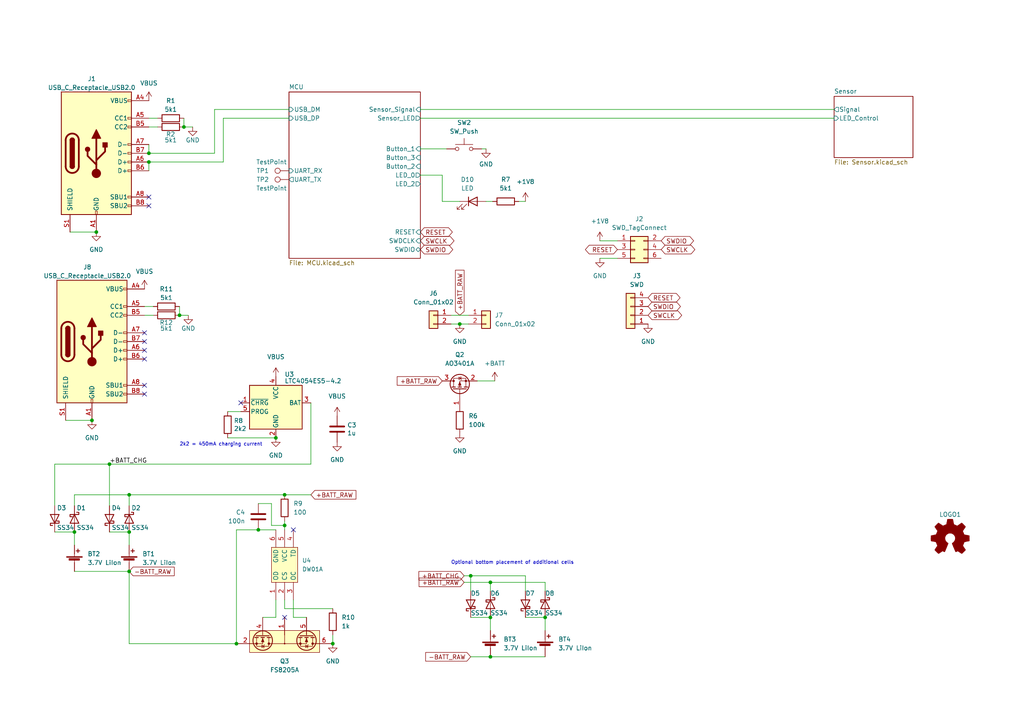
<source format=kicad_sch>
(kicad_sch (version 20211123) (generator eeschema)

  (uuid 691bd397-7923-4d72-afbf-92f4b8afdd70)

  (paper "A4")

  (lib_symbols
    (symbol "Battery_Management:LTC4054ES5-4.2" (pin_names (offset 0.254)) (in_bom yes) (on_board yes)
      (property "Reference" "U" (id 0) (at -5.842 6.604 0)
        (effects (font (size 1.27 1.27)))
      )
      (property "Value" "LTC4054ES5-4.2" (id 1) (at 1.524 6.604 0)
        (effects (font (size 1.27 1.27)) (justify left))
      )
      (property "Footprint" "Package_TO_SOT_SMD:TSOT-23-5" (id 2) (at 0 -12.7 0)
        (effects (font (size 1.27 1.27)) hide)
      )
      (property "Datasheet" "https://www.analog.com/media/en/technical-documentation/data-sheets/405442xf.pdf" (id 3) (at 0 -2.54 0)
        (effects (font (size 1.27 1.27)) hide)
      )
      (property "ki_keywords" "Constant-current constant-voltage linear charger single cell lithium-ion battery" (id 4) (at 0 0 0)
        (effects (font (size 1.27 1.27)) hide)
      )
      (property "ki_description" "Constant-current/constant-voltage linear charger for single cell lithium-ion batteries with 2.9V Trickle Charge, 4.5V to 6.5V VDD, -40 to +85 degree Celcius, TSOT-23-5" (id 5) (at 0 0 0)
        (effects (font (size 1.27 1.27)) hide)
      )
      (property "ki_fp_filters" "TSOT?23*" (id 6) (at 0 0 0)
        (effects (font (size 1.27 1.27)) hide)
      )
      (symbol "LTC4054ES5-4.2_0_1"
        (rectangle (start -7.62 5.08) (end 7.62 -7.62)
          (stroke (width 0.254) (type default) (color 0 0 0 0))
          (fill (type background))
        )
      )
      (symbol "LTC4054ES5-4.2_1_1"
        (pin open_collector line (at -10.16 0 0) (length 2.54)
          (name "~{CHRG}" (effects (font (size 1.27 1.27))))
          (number "1" (effects (font (size 1.27 1.27))))
        )
        (pin power_in line (at 0 -10.16 90) (length 2.54)
          (name "GND" (effects (font (size 1.27 1.27))))
          (number "2" (effects (font (size 1.27 1.27))))
        )
        (pin power_out line (at 10.16 0 180) (length 2.54)
          (name "BAT" (effects (font (size 1.27 1.27))))
          (number "3" (effects (font (size 1.27 1.27))))
        )
        (pin power_in line (at 0 7.62 270) (length 2.54)
          (name "VCC" (effects (font (size 1.27 1.27))))
          (number "4" (effects (font (size 1.27 1.27))))
        )
        (pin bidirectional line (at -10.16 -2.54 0) (length 2.54)
          (name "PROG" (effects (font (size 1.27 1.27))))
          (number "5" (effects (font (size 1.27 1.27))))
        )
      )
    )
    (symbol "Connector:TestPoint" (pin_numbers hide) (pin_names (offset 0.762) hide) (in_bom yes) (on_board yes)
      (property "Reference" "TP" (id 0) (at 0 6.858 0)
        (effects (font (size 1.27 1.27)))
      )
      (property "Value" "TestPoint" (id 1) (at 0 5.08 0)
        (effects (font (size 1.27 1.27)))
      )
      (property "Footprint" "" (id 2) (at 5.08 0 0)
        (effects (font (size 1.27 1.27)) hide)
      )
      (property "Datasheet" "~" (id 3) (at 5.08 0 0)
        (effects (font (size 1.27 1.27)) hide)
      )
      (property "ki_keywords" "test point tp" (id 4) (at 0 0 0)
        (effects (font (size 1.27 1.27)) hide)
      )
      (property "ki_description" "test point" (id 5) (at 0 0 0)
        (effects (font (size 1.27 1.27)) hide)
      )
      (property "ki_fp_filters" "Pin* Test*" (id 6) (at 0 0 0)
        (effects (font (size 1.27 1.27)) hide)
      )
      (symbol "TestPoint_0_1"
        (circle (center 0 3.302) (radius 0.762)
          (stroke (width 0) (type default) (color 0 0 0 0))
          (fill (type none))
        )
      )
      (symbol "TestPoint_1_1"
        (pin passive line (at 0 0 90) (length 2.54)
          (name "1" (effects (font (size 1.27 1.27))))
          (number "1" (effects (font (size 1.27 1.27))))
        )
      )
    )
    (symbol "Connector:USB_C_Receptacle_USB2.0" (pin_names (offset 1.016)) (in_bom yes) (on_board yes)
      (property "Reference" "J" (id 0) (at -10.16 19.05 0)
        (effects (font (size 1.27 1.27)) (justify left))
      )
      (property "Value" "USB_C_Receptacle_USB2.0" (id 1) (at 19.05 19.05 0)
        (effects (font (size 1.27 1.27)) (justify right))
      )
      (property "Footprint" "" (id 2) (at 3.81 0 0)
        (effects (font (size 1.27 1.27)) hide)
      )
      (property "Datasheet" "https://www.usb.org/sites/default/files/documents/usb_type-c.zip" (id 3) (at 3.81 0 0)
        (effects (font (size 1.27 1.27)) hide)
      )
      (property "ki_keywords" "usb universal serial bus type-C USB2.0" (id 4) (at 0 0 0)
        (effects (font (size 1.27 1.27)) hide)
      )
      (property "ki_description" "USB 2.0-only Type-C Receptacle connector" (id 5) (at 0 0 0)
        (effects (font (size 1.27 1.27)) hide)
      )
      (property "ki_fp_filters" "USB*C*Receptacle*" (id 6) (at 0 0 0)
        (effects (font (size 1.27 1.27)) hide)
      )
      (symbol "USB_C_Receptacle_USB2.0_0_0"
        (rectangle (start -0.254 -17.78) (end 0.254 -16.764)
          (stroke (width 0) (type default) (color 0 0 0 0))
          (fill (type none))
        )
        (rectangle (start 10.16 -14.986) (end 9.144 -15.494)
          (stroke (width 0) (type default) (color 0 0 0 0))
          (fill (type none))
        )
        (rectangle (start 10.16 -12.446) (end 9.144 -12.954)
          (stroke (width 0) (type default) (color 0 0 0 0))
          (fill (type none))
        )
        (rectangle (start 10.16 -4.826) (end 9.144 -5.334)
          (stroke (width 0) (type default) (color 0 0 0 0))
          (fill (type none))
        )
        (rectangle (start 10.16 -2.286) (end 9.144 -2.794)
          (stroke (width 0) (type default) (color 0 0 0 0))
          (fill (type none))
        )
        (rectangle (start 10.16 0.254) (end 9.144 -0.254)
          (stroke (width 0) (type default) (color 0 0 0 0))
          (fill (type none))
        )
        (rectangle (start 10.16 2.794) (end 9.144 2.286)
          (stroke (width 0) (type default) (color 0 0 0 0))
          (fill (type none))
        )
        (rectangle (start 10.16 7.874) (end 9.144 7.366)
          (stroke (width 0) (type default) (color 0 0 0 0))
          (fill (type none))
        )
        (rectangle (start 10.16 10.414) (end 9.144 9.906)
          (stroke (width 0) (type default) (color 0 0 0 0))
          (fill (type none))
        )
        (rectangle (start 10.16 15.494) (end 9.144 14.986)
          (stroke (width 0) (type default) (color 0 0 0 0))
          (fill (type none))
        )
      )
      (symbol "USB_C_Receptacle_USB2.0_0_1"
        (rectangle (start -10.16 17.78) (end 10.16 -17.78)
          (stroke (width 0.254) (type default) (color 0 0 0 0))
          (fill (type background))
        )
        (arc (start -8.89 -3.81) (mid -6.985 -5.715) (end -5.08 -3.81)
          (stroke (width 0.508) (type default) (color 0 0 0 0))
          (fill (type none))
        )
        (arc (start -7.62 -3.81) (mid -6.985 -4.445) (end -6.35 -3.81)
          (stroke (width 0.254) (type default) (color 0 0 0 0))
          (fill (type none))
        )
        (arc (start -7.62 -3.81) (mid -6.985 -4.445) (end -6.35 -3.81)
          (stroke (width 0.254) (type default) (color 0 0 0 0))
          (fill (type outline))
        )
        (rectangle (start -7.62 -3.81) (end -6.35 3.81)
          (stroke (width 0.254) (type default) (color 0 0 0 0))
          (fill (type outline))
        )
        (arc (start -6.35 3.81) (mid -6.985 4.445) (end -7.62 3.81)
          (stroke (width 0.254) (type default) (color 0 0 0 0))
          (fill (type none))
        )
        (arc (start -6.35 3.81) (mid -6.985 4.445) (end -7.62 3.81)
          (stroke (width 0.254) (type default) (color 0 0 0 0))
          (fill (type outline))
        )
        (arc (start -5.08 3.81) (mid -6.985 5.715) (end -8.89 3.81)
          (stroke (width 0.508) (type default) (color 0 0 0 0))
          (fill (type none))
        )
        (circle (center -2.54 1.143) (radius 0.635)
          (stroke (width 0.254) (type default) (color 0 0 0 0))
          (fill (type outline))
        )
        (circle (center 0 -5.842) (radius 1.27)
          (stroke (width 0) (type default) (color 0 0 0 0))
          (fill (type outline))
        )
        (polyline
          (pts
            (xy -8.89 -3.81)
            (xy -8.89 3.81)
          )
          (stroke (width 0.508) (type default) (color 0 0 0 0))
          (fill (type none))
        )
        (polyline
          (pts
            (xy -5.08 3.81)
            (xy -5.08 -3.81)
          )
          (stroke (width 0.508) (type default) (color 0 0 0 0))
          (fill (type none))
        )
        (polyline
          (pts
            (xy 0 -5.842)
            (xy 0 4.318)
          )
          (stroke (width 0.508) (type default) (color 0 0 0 0))
          (fill (type none))
        )
        (polyline
          (pts
            (xy 0 -3.302)
            (xy -2.54 -0.762)
            (xy -2.54 0.508)
          )
          (stroke (width 0.508) (type default) (color 0 0 0 0))
          (fill (type none))
        )
        (polyline
          (pts
            (xy 0 -2.032)
            (xy 2.54 0.508)
            (xy 2.54 1.778)
          )
          (stroke (width 0.508) (type default) (color 0 0 0 0))
          (fill (type none))
        )
        (polyline
          (pts
            (xy -1.27 4.318)
            (xy 0 6.858)
            (xy 1.27 4.318)
            (xy -1.27 4.318)
          )
          (stroke (width 0.254) (type default) (color 0 0 0 0))
          (fill (type outline))
        )
        (rectangle (start 1.905 1.778) (end 3.175 3.048)
          (stroke (width 0.254) (type default) (color 0 0 0 0))
          (fill (type outline))
        )
      )
      (symbol "USB_C_Receptacle_USB2.0_1_1"
        (pin passive line (at 0 -22.86 90) (length 5.08)
          (name "GND" (effects (font (size 1.27 1.27))))
          (number "A1" (effects (font (size 1.27 1.27))))
        )
        (pin passive line (at 0 -22.86 90) (length 5.08) hide
          (name "GND" (effects (font (size 1.27 1.27))))
          (number "A12" (effects (font (size 1.27 1.27))))
        )
        (pin passive line (at 15.24 15.24 180) (length 5.08)
          (name "VBUS" (effects (font (size 1.27 1.27))))
          (number "A4" (effects (font (size 1.27 1.27))))
        )
        (pin bidirectional line (at 15.24 10.16 180) (length 5.08)
          (name "CC1" (effects (font (size 1.27 1.27))))
          (number "A5" (effects (font (size 1.27 1.27))))
        )
        (pin bidirectional line (at 15.24 -2.54 180) (length 5.08)
          (name "D+" (effects (font (size 1.27 1.27))))
          (number "A6" (effects (font (size 1.27 1.27))))
        )
        (pin bidirectional line (at 15.24 2.54 180) (length 5.08)
          (name "D-" (effects (font (size 1.27 1.27))))
          (number "A7" (effects (font (size 1.27 1.27))))
        )
        (pin bidirectional line (at 15.24 -12.7 180) (length 5.08)
          (name "SBU1" (effects (font (size 1.27 1.27))))
          (number "A8" (effects (font (size 1.27 1.27))))
        )
        (pin passive line (at 15.24 15.24 180) (length 5.08) hide
          (name "VBUS" (effects (font (size 1.27 1.27))))
          (number "A9" (effects (font (size 1.27 1.27))))
        )
        (pin passive line (at 0 -22.86 90) (length 5.08) hide
          (name "GND" (effects (font (size 1.27 1.27))))
          (number "B1" (effects (font (size 1.27 1.27))))
        )
        (pin passive line (at 0 -22.86 90) (length 5.08) hide
          (name "GND" (effects (font (size 1.27 1.27))))
          (number "B12" (effects (font (size 1.27 1.27))))
        )
        (pin passive line (at 15.24 15.24 180) (length 5.08) hide
          (name "VBUS" (effects (font (size 1.27 1.27))))
          (number "B4" (effects (font (size 1.27 1.27))))
        )
        (pin bidirectional line (at 15.24 7.62 180) (length 5.08)
          (name "CC2" (effects (font (size 1.27 1.27))))
          (number "B5" (effects (font (size 1.27 1.27))))
        )
        (pin bidirectional line (at 15.24 -5.08 180) (length 5.08)
          (name "D+" (effects (font (size 1.27 1.27))))
          (number "B6" (effects (font (size 1.27 1.27))))
        )
        (pin bidirectional line (at 15.24 0 180) (length 5.08)
          (name "D-" (effects (font (size 1.27 1.27))))
          (number "B7" (effects (font (size 1.27 1.27))))
        )
        (pin bidirectional line (at 15.24 -15.24 180) (length 5.08)
          (name "SBU2" (effects (font (size 1.27 1.27))))
          (number "B8" (effects (font (size 1.27 1.27))))
        )
        (pin passive line (at 15.24 15.24 180) (length 5.08) hide
          (name "VBUS" (effects (font (size 1.27 1.27))))
          (number "B9" (effects (font (size 1.27 1.27))))
        )
        (pin passive line (at -7.62 -22.86 90) (length 5.08)
          (name "SHIELD" (effects (font (size 1.27 1.27))))
          (number "S1" (effects (font (size 1.27 1.27))))
        )
      )
    )
    (symbol "Connector_Generic:Conn_01x02" (pin_names (offset 1.016) hide) (in_bom yes) (on_board yes)
      (property "Reference" "J" (id 0) (at 0 2.54 0)
        (effects (font (size 1.27 1.27)))
      )
      (property "Value" "Conn_01x02" (id 1) (at 0 -5.08 0)
        (effects (font (size 1.27 1.27)))
      )
      (property "Footprint" "" (id 2) (at 0 0 0)
        (effects (font (size 1.27 1.27)) hide)
      )
      (property "Datasheet" "~" (id 3) (at 0 0 0)
        (effects (font (size 1.27 1.27)) hide)
      )
      (property "ki_keywords" "connector" (id 4) (at 0 0 0)
        (effects (font (size 1.27 1.27)) hide)
      )
      (property "ki_description" "Generic connector, single row, 01x02, script generated (kicad-library-utils/schlib/autogen/connector/)" (id 5) (at 0 0 0)
        (effects (font (size 1.27 1.27)) hide)
      )
      (property "ki_fp_filters" "Connector*:*_1x??_*" (id 6) (at 0 0 0)
        (effects (font (size 1.27 1.27)) hide)
      )
      (symbol "Conn_01x02_1_1"
        (rectangle (start -1.27 -2.413) (end 0 -2.667)
          (stroke (width 0.1524) (type default) (color 0 0 0 0))
          (fill (type none))
        )
        (rectangle (start -1.27 0.127) (end 0 -0.127)
          (stroke (width 0.1524) (type default) (color 0 0 0 0))
          (fill (type none))
        )
        (rectangle (start -1.27 1.27) (end 1.27 -3.81)
          (stroke (width 0.254) (type default) (color 0 0 0 0))
          (fill (type background))
        )
        (pin passive line (at -5.08 0 0) (length 3.81)
          (name "Pin_1" (effects (font (size 1.27 1.27))))
          (number "1" (effects (font (size 1.27 1.27))))
        )
        (pin passive line (at -5.08 -2.54 0) (length 3.81)
          (name "Pin_2" (effects (font (size 1.27 1.27))))
          (number "2" (effects (font (size 1.27 1.27))))
        )
      )
    )
    (symbol "Connector_Generic:Conn_01x04" (pin_names (offset 1.016) hide) (in_bom yes) (on_board yes)
      (property "Reference" "J" (id 0) (at 0 5.08 0)
        (effects (font (size 1.27 1.27)))
      )
      (property "Value" "Conn_01x04" (id 1) (at 0 -7.62 0)
        (effects (font (size 1.27 1.27)))
      )
      (property "Footprint" "" (id 2) (at 0 0 0)
        (effects (font (size 1.27 1.27)) hide)
      )
      (property "Datasheet" "~" (id 3) (at 0 0 0)
        (effects (font (size 1.27 1.27)) hide)
      )
      (property "ki_keywords" "connector" (id 4) (at 0 0 0)
        (effects (font (size 1.27 1.27)) hide)
      )
      (property "ki_description" "Generic connector, single row, 01x04, script generated (kicad-library-utils/schlib/autogen/connector/)" (id 5) (at 0 0 0)
        (effects (font (size 1.27 1.27)) hide)
      )
      (property "ki_fp_filters" "Connector*:*_1x??_*" (id 6) (at 0 0 0)
        (effects (font (size 1.27 1.27)) hide)
      )
      (symbol "Conn_01x04_1_1"
        (rectangle (start -1.27 -4.953) (end 0 -5.207)
          (stroke (width 0.1524) (type default) (color 0 0 0 0))
          (fill (type none))
        )
        (rectangle (start -1.27 -2.413) (end 0 -2.667)
          (stroke (width 0.1524) (type default) (color 0 0 0 0))
          (fill (type none))
        )
        (rectangle (start -1.27 0.127) (end 0 -0.127)
          (stroke (width 0.1524) (type default) (color 0 0 0 0))
          (fill (type none))
        )
        (rectangle (start -1.27 2.667) (end 0 2.413)
          (stroke (width 0.1524) (type default) (color 0 0 0 0))
          (fill (type none))
        )
        (rectangle (start -1.27 3.81) (end 1.27 -6.35)
          (stroke (width 0.254) (type default) (color 0 0 0 0))
          (fill (type background))
        )
        (pin passive line (at -5.08 2.54 0) (length 3.81)
          (name "Pin_1" (effects (font (size 1.27 1.27))))
          (number "1" (effects (font (size 1.27 1.27))))
        )
        (pin passive line (at -5.08 0 0) (length 3.81)
          (name "Pin_2" (effects (font (size 1.27 1.27))))
          (number "2" (effects (font (size 1.27 1.27))))
        )
        (pin passive line (at -5.08 -2.54 0) (length 3.81)
          (name "Pin_3" (effects (font (size 1.27 1.27))))
          (number "3" (effects (font (size 1.27 1.27))))
        )
        (pin passive line (at -5.08 -5.08 0) (length 3.81)
          (name "Pin_4" (effects (font (size 1.27 1.27))))
          (number "4" (effects (font (size 1.27 1.27))))
        )
      )
    )
    (symbol "Connector_Generic:Conn_02x03_Odd_Even" (pin_names (offset 1.016) hide) (in_bom yes) (on_board yes)
      (property "Reference" "J" (id 0) (at 1.27 5.08 0)
        (effects (font (size 1.27 1.27)))
      )
      (property "Value" "Conn_02x03_Odd_Even" (id 1) (at 1.27 -5.08 0)
        (effects (font (size 1.27 1.27)))
      )
      (property "Footprint" "" (id 2) (at 0 0 0)
        (effects (font (size 1.27 1.27)) hide)
      )
      (property "Datasheet" "~" (id 3) (at 0 0 0)
        (effects (font (size 1.27 1.27)) hide)
      )
      (property "ki_keywords" "connector" (id 4) (at 0 0 0)
        (effects (font (size 1.27 1.27)) hide)
      )
      (property "ki_description" "Generic connector, double row, 02x03, odd/even pin numbering scheme (row 1 odd numbers, row 2 even numbers), script generated (kicad-library-utils/schlib/autogen/connector/)" (id 5) (at 0 0 0)
        (effects (font (size 1.27 1.27)) hide)
      )
      (property "ki_fp_filters" "Connector*:*_2x??_*" (id 6) (at 0 0 0)
        (effects (font (size 1.27 1.27)) hide)
      )
      (symbol "Conn_02x03_Odd_Even_1_1"
        (rectangle (start -1.27 -2.413) (end 0 -2.667)
          (stroke (width 0.1524) (type default) (color 0 0 0 0))
          (fill (type none))
        )
        (rectangle (start -1.27 0.127) (end 0 -0.127)
          (stroke (width 0.1524) (type default) (color 0 0 0 0))
          (fill (type none))
        )
        (rectangle (start -1.27 2.667) (end 0 2.413)
          (stroke (width 0.1524) (type default) (color 0 0 0 0))
          (fill (type none))
        )
        (rectangle (start -1.27 3.81) (end 3.81 -3.81)
          (stroke (width 0.254) (type default) (color 0 0 0 0))
          (fill (type background))
        )
        (rectangle (start 3.81 -2.413) (end 2.54 -2.667)
          (stroke (width 0.1524) (type default) (color 0 0 0 0))
          (fill (type none))
        )
        (rectangle (start 3.81 0.127) (end 2.54 -0.127)
          (stroke (width 0.1524) (type default) (color 0 0 0 0))
          (fill (type none))
        )
        (rectangle (start 3.81 2.667) (end 2.54 2.413)
          (stroke (width 0.1524) (type default) (color 0 0 0 0))
          (fill (type none))
        )
        (pin passive line (at -5.08 2.54 0) (length 3.81)
          (name "Pin_1" (effects (font (size 1.27 1.27))))
          (number "1" (effects (font (size 1.27 1.27))))
        )
        (pin passive line (at 7.62 2.54 180) (length 3.81)
          (name "Pin_2" (effects (font (size 1.27 1.27))))
          (number "2" (effects (font (size 1.27 1.27))))
        )
        (pin passive line (at -5.08 0 0) (length 3.81)
          (name "Pin_3" (effects (font (size 1.27 1.27))))
          (number "3" (effects (font (size 1.27 1.27))))
        )
        (pin passive line (at 7.62 0 180) (length 3.81)
          (name "Pin_4" (effects (font (size 1.27 1.27))))
          (number "4" (effects (font (size 1.27 1.27))))
        )
        (pin passive line (at -5.08 -2.54 0) (length 3.81)
          (name "Pin_5" (effects (font (size 1.27 1.27))))
          (number "5" (effects (font (size 1.27 1.27))))
        )
        (pin passive line (at 7.62 -2.54 180) (length 3.81)
          (name "Pin_6" (effects (font (size 1.27 1.27))))
          (number "6" (effects (font (size 1.27 1.27))))
        )
      )
    )
    (symbol "Device:Battery_Cell" (pin_numbers hide) (pin_names (offset 0) hide) (in_bom yes) (on_board yes)
      (property "Reference" "BT" (id 0) (at 2.54 2.54 0)
        (effects (font (size 1.27 1.27)) (justify left))
      )
      (property "Value" "Battery_Cell" (id 1) (at 2.54 0 0)
        (effects (font (size 1.27 1.27)) (justify left))
      )
      (property "Footprint" "" (id 2) (at 0 1.524 90)
        (effects (font (size 1.27 1.27)) hide)
      )
      (property "Datasheet" "~" (id 3) (at 0 1.524 90)
        (effects (font (size 1.27 1.27)) hide)
      )
      (property "ki_keywords" "battery cell" (id 4) (at 0 0 0)
        (effects (font (size 1.27 1.27)) hide)
      )
      (property "ki_description" "Single-cell battery" (id 5) (at 0 0 0)
        (effects (font (size 1.27 1.27)) hide)
      )
      (symbol "Battery_Cell_0_1"
        (rectangle (start -2.286 1.778) (end 2.286 1.524)
          (stroke (width 0) (type default) (color 0 0 0 0))
          (fill (type outline))
        )
        (rectangle (start -1.5748 1.1938) (end 1.4732 0.6858)
          (stroke (width 0) (type default) (color 0 0 0 0))
          (fill (type outline))
        )
        (polyline
          (pts
            (xy 0 0.762)
            (xy 0 0)
          )
          (stroke (width 0) (type default) (color 0 0 0 0))
          (fill (type none))
        )
        (polyline
          (pts
            (xy 0 1.778)
            (xy 0 2.54)
          )
          (stroke (width 0) (type default) (color 0 0 0 0))
          (fill (type none))
        )
        (polyline
          (pts
            (xy 0.508 3.429)
            (xy 1.524 3.429)
          )
          (stroke (width 0.254) (type default) (color 0 0 0 0))
          (fill (type none))
        )
        (polyline
          (pts
            (xy 1.016 3.937)
            (xy 1.016 2.921)
          )
          (stroke (width 0.254) (type default) (color 0 0 0 0))
          (fill (type none))
        )
      )
      (symbol "Battery_Cell_1_1"
        (pin passive line (at 0 5.08 270) (length 2.54)
          (name "+" (effects (font (size 1.27 1.27))))
          (number "1" (effects (font (size 1.27 1.27))))
        )
        (pin passive line (at 0 -2.54 90) (length 2.54)
          (name "-" (effects (font (size 1.27 1.27))))
          (number "2" (effects (font (size 1.27 1.27))))
        )
      )
    )
    (symbol "Device:C" (pin_numbers hide) (pin_names (offset 0.254)) (in_bom yes) (on_board yes)
      (property "Reference" "C" (id 0) (at 0.635 2.54 0)
        (effects (font (size 1.27 1.27)) (justify left))
      )
      (property "Value" "C" (id 1) (at 0.635 -2.54 0)
        (effects (font (size 1.27 1.27)) (justify left))
      )
      (property "Footprint" "" (id 2) (at 0.9652 -3.81 0)
        (effects (font (size 1.27 1.27)) hide)
      )
      (property "Datasheet" "~" (id 3) (at 0 0 0)
        (effects (font (size 1.27 1.27)) hide)
      )
      (property "ki_keywords" "cap capacitor" (id 4) (at 0 0 0)
        (effects (font (size 1.27 1.27)) hide)
      )
      (property "ki_description" "Unpolarized capacitor" (id 5) (at 0 0 0)
        (effects (font (size 1.27 1.27)) hide)
      )
      (property "ki_fp_filters" "C_*" (id 6) (at 0 0 0)
        (effects (font (size 1.27 1.27)) hide)
      )
      (symbol "C_0_1"
        (polyline
          (pts
            (xy -2.032 -0.762)
            (xy 2.032 -0.762)
          )
          (stroke (width 0.508) (type default) (color 0 0 0 0))
          (fill (type none))
        )
        (polyline
          (pts
            (xy -2.032 0.762)
            (xy 2.032 0.762)
          )
          (stroke (width 0.508) (type default) (color 0 0 0 0))
          (fill (type none))
        )
      )
      (symbol "C_1_1"
        (pin passive line (at 0 3.81 270) (length 2.794)
          (name "~" (effects (font (size 1.27 1.27))))
          (number "1" (effects (font (size 1.27 1.27))))
        )
        (pin passive line (at 0 -3.81 90) (length 2.794)
          (name "~" (effects (font (size 1.27 1.27))))
          (number "2" (effects (font (size 1.27 1.27))))
        )
      )
    )
    (symbol "Device:D_Schottky" (pin_numbers hide) (pin_names (offset 1.016) hide) (in_bom yes) (on_board yes)
      (property "Reference" "D" (id 0) (at 0 2.54 0)
        (effects (font (size 1.27 1.27)))
      )
      (property "Value" "D_Schottky" (id 1) (at 0 -2.54 0)
        (effects (font (size 1.27 1.27)))
      )
      (property "Footprint" "" (id 2) (at 0 0 0)
        (effects (font (size 1.27 1.27)) hide)
      )
      (property "Datasheet" "~" (id 3) (at 0 0 0)
        (effects (font (size 1.27 1.27)) hide)
      )
      (property "ki_keywords" "diode Schottky" (id 4) (at 0 0 0)
        (effects (font (size 1.27 1.27)) hide)
      )
      (property "ki_description" "Schottky diode" (id 5) (at 0 0 0)
        (effects (font (size 1.27 1.27)) hide)
      )
      (property "ki_fp_filters" "TO-???* *_Diode_* *SingleDiode* D_*" (id 6) (at 0 0 0)
        (effects (font (size 1.27 1.27)) hide)
      )
      (symbol "D_Schottky_0_1"
        (polyline
          (pts
            (xy 1.27 0)
            (xy -1.27 0)
          )
          (stroke (width 0) (type default) (color 0 0 0 0))
          (fill (type none))
        )
        (polyline
          (pts
            (xy 1.27 1.27)
            (xy 1.27 -1.27)
            (xy -1.27 0)
            (xy 1.27 1.27)
          )
          (stroke (width 0.254) (type default) (color 0 0 0 0))
          (fill (type none))
        )
        (polyline
          (pts
            (xy -1.905 0.635)
            (xy -1.905 1.27)
            (xy -1.27 1.27)
            (xy -1.27 -1.27)
            (xy -0.635 -1.27)
            (xy -0.635 -0.635)
          )
          (stroke (width 0.254) (type default) (color 0 0 0 0))
          (fill (type none))
        )
      )
      (symbol "D_Schottky_1_1"
        (pin passive line (at -3.81 0 0) (length 2.54)
          (name "K" (effects (font (size 1.27 1.27))))
          (number "1" (effects (font (size 1.27 1.27))))
        )
        (pin passive line (at 3.81 0 180) (length 2.54)
          (name "A" (effects (font (size 1.27 1.27))))
          (number "2" (effects (font (size 1.27 1.27))))
        )
      )
    )
    (symbol "Device:LED" (pin_numbers hide) (pin_names (offset 1.016) hide) (in_bom yes) (on_board yes)
      (property "Reference" "D" (id 0) (at 0 2.54 0)
        (effects (font (size 1.27 1.27)))
      )
      (property "Value" "LED" (id 1) (at 0 -2.54 0)
        (effects (font (size 1.27 1.27)))
      )
      (property "Footprint" "" (id 2) (at 0 0 0)
        (effects (font (size 1.27 1.27)) hide)
      )
      (property "Datasheet" "~" (id 3) (at 0 0 0)
        (effects (font (size 1.27 1.27)) hide)
      )
      (property "ki_keywords" "LED diode" (id 4) (at 0 0 0)
        (effects (font (size 1.27 1.27)) hide)
      )
      (property "ki_description" "Light emitting diode" (id 5) (at 0 0 0)
        (effects (font (size 1.27 1.27)) hide)
      )
      (property "ki_fp_filters" "LED* LED_SMD:* LED_THT:*" (id 6) (at 0 0 0)
        (effects (font (size 1.27 1.27)) hide)
      )
      (symbol "LED_0_1"
        (polyline
          (pts
            (xy -1.27 -1.27)
            (xy -1.27 1.27)
          )
          (stroke (width 0.254) (type default) (color 0 0 0 0))
          (fill (type none))
        )
        (polyline
          (pts
            (xy -1.27 0)
            (xy 1.27 0)
          )
          (stroke (width 0) (type default) (color 0 0 0 0))
          (fill (type none))
        )
        (polyline
          (pts
            (xy 1.27 -1.27)
            (xy 1.27 1.27)
            (xy -1.27 0)
            (xy 1.27 -1.27)
          )
          (stroke (width 0.254) (type default) (color 0 0 0 0))
          (fill (type none))
        )
        (polyline
          (pts
            (xy -3.048 -0.762)
            (xy -4.572 -2.286)
            (xy -3.81 -2.286)
            (xy -4.572 -2.286)
            (xy -4.572 -1.524)
          )
          (stroke (width 0) (type default) (color 0 0 0 0))
          (fill (type none))
        )
        (polyline
          (pts
            (xy -1.778 -0.762)
            (xy -3.302 -2.286)
            (xy -2.54 -2.286)
            (xy -3.302 -2.286)
            (xy -3.302 -1.524)
          )
          (stroke (width 0) (type default) (color 0 0 0 0))
          (fill (type none))
        )
      )
      (symbol "LED_1_1"
        (pin passive line (at -3.81 0 0) (length 2.54)
          (name "K" (effects (font (size 1.27 1.27))))
          (number "1" (effects (font (size 1.27 1.27))))
        )
        (pin passive line (at 3.81 0 180) (length 2.54)
          (name "A" (effects (font (size 1.27 1.27))))
          (number "2" (effects (font (size 1.27 1.27))))
        )
      )
    )
    (symbol "Device:R" (pin_numbers hide) (pin_names (offset 0)) (in_bom yes) (on_board yes)
      (property "Reference" "R" (id 0) (at 2.032 0 90)
        (effects (font (size 1.27 1.27)))
      )
      (property "Value" "R" (id 1) (at 0 0 90)
        (effects (font (size 1.27 1.27)))
      )
      (property "Footprint" "" (id 2) (at -1.778 0 90)
        (effects (font (size 1.27 1.27)) hide)
      )
      (property "Datasheet" "~" (id 3) (at 0 0 0)
        (effects (font (size 1.27 1.27)) hide)
      )
      (property "ki_keywords" "R res resistor" (id 4) (at 0 0 0)
        (effects (font (size 1.27 1.27)) hide)
      )
      (property "ki_description" "Resistor" (id 5) (at 0 0 0)
        (effects (font (size 1.27 1.27)) hide)
      )
      (property "ki_fp_filters" "R_*" (id 6) (at 0 0 0)
        (effects (font (size 1.27 1.27)) hide)
      )
      (symbol "R_0_1"
        (rectangle (start -1.016 -2.54) (end 1.016 2.54)
          (stroke (width 0.254) (type default) (color 0 0 0 0))
          (fill (type none))
        )
      )
      (symbol "R_1_1"
        (pin passive line (at 0 3.81 270) (length 1.27)
          (name "~" (effects (font (size 1.27 1.27))))
          (number "1" (effects (font (size 1.27 1.27))))
        )
        (pin passive line (at 0 -3.81 90) (length 1.27)
          (name "~" (effects (font (size 1.27 1.27))))
          (number "2" (effects (font (size 1.27 1.27))))
        )
      )
    )
    (symbol "Graphic:Logo_Open_Hardware_Small" (pin_names (offset 1.016)) (in_bom yes) (on_board yes)
      (property "Reference" "#LOGO" (id 0) (at 0 6.985 0)
        (effects (font (size 1.27 1.27)) hide)
      )
      (property "Value" "Logo_Open_Hardware_Small" (id 1) (at 0 -5.715 0)
        (effects (font (size 1.27 1.27)) hide)
      )
      (property "Footprint" "" (id 2) (at 0 0 0)
        (effects (font (size 1.27 1.27)) hide)
      )
      (property "Datasheet" "~" (id 3) (at 0 0 0)
        (effects (font (size 1.27 1.27)) hide)
      )
      (property "ki_keywords" "Logo" (id 4) (at 0 0 0)
        (effects (font (size 1.27 1.27)) hide)
      )
      (property "ki_description" "Open Hardware logo, small" (id 5) (at 0 0 0)
        (effects (font (size 1.27 1.27)) hide)
      )
      (symbol "Logo_Open_Hardware_Small_0_1"
        (polyline
          (pts
            (xy 3.3528 -4.3434)
            (xy 3.302 -4.318)
            (xy 3.175 -4.2418)
            (xy 2.9972 -4.1148)
            (xy 2.7686 -3.9624)
            (xy 2.54 -3.81)
            (xy 2.3622 -3.7084)
            (xy 2.2352 -3.6068)
            (xy 2.1844 -3.5814)
            (xy 2.159 -3.6068)
            (xy 2.0574 -3.6576)
            (xy 1.905 -3.7338)
            (xy 1.8034 -3.7846)
            (xy 1.6764 -3.8354)
            (xy 1.6002 -3.8354)
            (xy 1.6002 -3.8354)
            (xy 1.5494 -3.7338)
            (xy 1.4732 -3.5306)
            (xy 1.3462 -3.302)
            (xy 1.2446 -3.0226)
            (xy 1.1176 -2.7178)
            (xy 0.9652 -2.413)
            (xy 0.8636 -2.1082)
            (xy 0.7366 -1.8288)
            (xy 0.6604 -1.6256)
            (xy 0.6096 -1.4732)
            (xy 0.5842 -1.397)
            (xy 0.5842 -1.397)
            (xy 0.6604 -1.3208)
            (xy 0.7874 -1.2446)
            (xy 1.0414 -1.016)
            (xy 1.2954 -0.6858)
            (xy 1.4478 -0.3302)
            (xy 1.524 0.0762)
            (xy 1.4732 0.4572)
            (xy 1.3208 0.8128)
            (xy 1.0668 1.143)
            (xy 0.762 1.3716)
            (xy 0.4064 1.524)
            (xy 0 1.5748)
            (xy -0.381 1.5494)
            (xy -0.7366 1.397)
            (xy -1.0668 1.143)
            (xy -1.2192 0.9906)
            (xy -1.397 0.6604)
            (xy -1.524 0.3048)
            (xy -1.524 0.2286)
            (xy -1.4986 -0.1778)
            (xy -1.397 -0.5334)
            (xy -1.1938 -0.8636)
            (xy -0.9144 -1.143)
            (xy -0.8636 -1.1684)
            (xy -0.7366 -1.27)
            (xy -0.635 -1.3462)
            (xy -0.5842 -1.397)
            (xy -1.0668 -2.5908)
            (xy -1.143 -2.794)
            (xy -1.2954 -3.1242)
            (xy -1.397 -3.4036)
            (xy -1.4986 -3.6322)
            (xy -1.5748 -3.7846)
            (xy -1.6002 -3.8354)
            (xy -1.6002 -3.8354)
            (xy -1.651 -3.8354)
            (xy -1.7272 -3.81)
            (xy -1.905 -3.7338)
            (xy -2.0066 -3.683)
            (xy -2.1336 -3.6068)
            (xy -2.2098 -3.5814)
            (xy -2.2606 -3.6068)
            (xy -2.3622 -3.683)
            (xy -2.54 -3.81)
            (xy -2.7686 -3.9624)
            (xy -2.9718 -4.0894)
            (xy -3.1496 -4.2164)
            (xy -3.302 -4.318)
            (xy -3.3528 -4.3434)
            (xy -3.3782 -4.3434)
            (xy -3.429 -4.318)
            (xy -3.5306 -4.2164)
            (xy -3.7084 -4.064)
            (xy -3.937 -3.8354)
            (xy -3.9624 -3.81)
            (xy -4.1656 -3.6068)
            (xy -4.318 -3.4544)
            (xy -4.4196 -3.3274)
            (xy -4.445 -3.2766)
            (xy -4.445 -3.2766)
            (xy -4.4196 -3.2258)
            (xy -4.318 -3.0734)
            (xy -4.2164 -2.8956)
            (xy -4.064 -2.667)
            (xy -3.6576 -2.0828)
            (xy -3.8862 -1.5494)
            (xy -3.937 -1.3716)
            (xy -4.0386 -1.1684)
            (xy -4.0894 -1.0414)
            (xy -4.1148 -0.9652)
            (xy -4.191 -0.9398)
            (xy -4.318 -0.9144)
            (xy -4.5466 -0.8636)
            (xy -4.8006 -0.8128)
            (xy -5.0546 -0.7874)
            (xy -5.2578 -0.7366)
            (xy -5.4356 -0.7112)
            (xy -5.5118 -0.6858)
            (xy -5.5118 -0.6858)
            (xy -5.5372 -0.635)
            (xy -5.5372 -0.5588)
            (xy -5.5372 -0.4318)
            (xy -5.5626 -0.2286)
            (xy -5.5626 0.0762)
            (xy -5.5626 0.127)
            (xy -5.5372 0.4064)
            (xy -5.5372 0.635)
            (xy -5.5372 0.762)
            (xy -5.5372 0.8382)
            (xy -5.5372 0.8382)
            (xy -5.461 0.8382)
            (xy -5.3086 0.889)
            (xy -5.08 0.9144)
            (xy -4.826 0.9652)
            (xy -4.8006 0.9906)
            (xy -4.5466 1.0414)
            (xy -4.318 1.0668)
            (xy -4.1656 1.1176)
            (xy -4.0894 1.143)
            (xy -4.0894 1.143)
            (xy -4.0386 1.2446)
            (xy -3.9624 1.4224)
            (xy -3.8608 1.6256)
            (xy -3.7846 1.8288)
            (xy -3.7084 2.0066)
            (xy -3.6576 2.159)
            (xy -3.6322 2.2098)
            (xy -3.6322 2.2098)
            (xy -3.683 2.286)
            (xy -3.7592 2.413)
            (xy -3.8862 2.5908)
            (xy -4.064 2.8194)
            (xy -4.064 2.8448)
            (xy -4.2164 3.0734)
            (xy -4.3434 3.2512)
            (xy -4.4196 3.3782)
            (xy -4.445 3.4544)
            (xy -4.445 3.4544)
            (xy -4.3942 3.5052)
            (xy -4.2926 3.6322)
            (xy -4.1148 3.81)
            (xy -3.937 4.0132)
            (xy -3.8608 4.064)
            (xy -3.6576 4.2926)
            (xy -3.5052 4.4196)
            (xy -3.4036 4.4958)
            (xy -3.3528 4.5212)
            (xy -3.3528 4.5212)
            (xy -3.302 4.4704)
            (xy -3.1496 4.3688)
            (xy -2.9718 4.2418)
            (xy -2.7432 4.0894)
            (xy -2.7178 4.0894)
            (xy -2.4892 3.937)
            (xy -2.3114 3.81)
            (xy -2.1844 3.7084)
            (xy -2.1336 3.683)
            (xy -2.1082 3.683)
            (xy -2.032 3.7084)
            (xy -1.8542 3.7592)
            (xy -1.6764 3.8354)
            (xy -1.4732 3.937)
            (xy -1.27 4.0132)
            (xy -1.143 4.064)
            (xy -1.0668 4.1148)
            (xy -1.0668 4.1148)
            (xy -1.0414 4.191)
            (xy -1.016 4.3434)
            (xy -0.9652 4.572)
            (xy -0.9144 4.8514)
            (xy -0.889 4.9022)
            (xy -0.8382 5.1562)
            (xy -0.8128 5.3848)
            (xy -0.7874 5.5372)
            (xy -0.762 5.588)
            (xy -0.7112 5.6134)
            (xy -0.5842 5.6134)
            (xy -0.4064 5.6134)
            (xy -0.1524 5.6134)
            (xy 0.0762 5.6134)
            (xy 0.3302 5.6134)
            (xy 0.5334 5.6134)
            (xy 0.6858 5.588)
            (xy 0.7366 5.588)
            (xy 0.7366 5.588)
            (xy 0.762 5.5118)
            (xy 0.8128 5.334)
            (xy 0.8382 5.1054)
            (xy 0.9144 4.826)
            (xy 0.9144 4.7752)
            (xy 0.9652 4.5212)
            (xy 1.016 4.2926)
            (xy 1.0414 4.1402)
            (xy 1.0668 4.0894)
            (xy 1.0668 4.0894)
            (xy 1.1938 4.0386)
            (xy 1.3716 3.9624)
            (xy 1.5748 3.8608)
            (xy 2.0828 3.6576)
            (xy 2.7178 4.0894)
            (xy 2.7686 4.1402)
            (xy 2.9972 4.2926)
            (xy 3.175 4.4196)
            (xy 3.302 4.4958)
            (xy 3.3782 4.5212)
            (xy 3.3782 4.5212)
            (xy 3.429 4.4704)
            (xy 3.556 4.3434)
            (xy 3.7338 4.191)
            (xy 3.9116 3.9878)
            (xy 4.064 3.8354)
            (xy 4.2418 3.6576)
            (xy 4.3434 3.556)
            (xy 4.4196 3.4798)
            (xy 4.4196 3.429)
            (xy 4.4196 3.4036)
            (xy 4.3942 3.3274)
            (xy 4.2926 3.2004)
            (xy 4.1656 2.9972)
            (xy 4.0132 2.794)
            (xy 3.8862 2.5908)
            (xy 3.7592 2.3876)
            (xy 3.6576 2.2352)
            (xy 3.6322 2.159)
            (xy 3.6322 2.1336)
            (xy 3.683 2.0066)
            (xy 3.7592 1.8288)
            (xy 3.8608 1.6002)
            (xy 4.064 1.1176)
            (xy 4.3942 1.0414)
            (xy 4.5974 1.016)
            (xy 4.8768 0.9652)
            (xy 5.1308 0.9144)
            (xy 5.5372 0.8382)
            (xy 5.5626 -0.6604)
            (xy 5.4864 -0.6858)
            (xy 5.4356 -0.6858)
            (xy 5.2832 -0.7366)
            (xy 5.0546 -0.762)
            (xy 4.8006 -0.8128)
            (xy 4.5974 -0.8636)
            (xy 4.3688 -0.9144)
            (xy 4.2164 -0.9398)
            (xy 4.1402 -0.9398)
            (xy 4.1148 -0.9652)
            (xy 4.064 -1.0668)
            (xy 3.9878 -1.2446)
            (xy 3.9116 -1.4478)
            (xy 3.81 -1.651)
            (xy 3.7338 -1.8542)
            (xy 3.683 -2.0066)
            (xy 3.6576 -2.0828)
            (xy 3.683 -2.1336)
            (xy 3.7846 -2.2606)
            (xy 3.8862 -2.4638)
            (xy 4.0386 -2.667)
            (xy 4.191 -2.8956)
            (xy 4.318 -3.0734)
            (xy 4.3942 -3.2004)
            (xy 4.445 -3.2766)
            (xy 4.4196 -3.3274)
            (xy 4.3434 -3.429)
            (xy 4.1656 -3.5814)
            (xy 3.937 -3.8354)
            (xy 3.8862 -3.8608)
            (xy 3.683 -4.064)
            (xy 3.5306 -4.2164)
            (xy 3.4036 -4.318)
            (xy 3.3528 -4.3434)
          )
          (stroke (width 0) (type default) (color 0 0 0 0))
          (fill (type outline))
        )
      )
    )
    (symbol "LeoDJ:DW01A" (in_bom yes) (on_board yes)
      (property "Reference" "U" (id 0) (at -3.81 -5.08 0)
        (effects (font (size 1.1938 1.1938)))
      )
      (property "Value" "DW01A" (id 1) (at -1.27 5.08 0)
        (effects (font (size 1.1938 1.1938)))
      )
      (property "Footprint" "" (id 2) (at -13.97 19.05 0)
        (effects (font (size 1.524 1.524)) hide)
      )
      (property "Datasheet" "http://escooter.org.ua/_fr/1/DW01A-DS-10_EN.pdf" (id 3) (at -13.97 19.05 0)
        (effects (font (size 1.524 1.524)) hide)
      )
      (property "ki_keywords" "Battery Protection Lithium" (id 4) (at 0 0 0)
        (effects (font (size 1.27 1.27)) hide)
      )
      (property "ki_description" "One Cell Lithium-Ion/Polymer Battery Protection IC" (id 5) (at 0 0 0)
        (effects (font (size 1.27 1.27)) hide)
      )
      (property "ki_fp_filters" "SOT?23*" (id 6) (at 0 0 0)
        (effects (font (size 1.27 1.27)) hide)
      )
      (symbol "DW01A_0_1"
        (rectangle (start -5.08 3.81) (end 5.08 -3.81)
          (stroke (width 0) (type default) (color 0 0 0 0))
          (fill (type background))
        )
      )
      (symbol "DW01A_1_1"
        (pin input line (at -10.16 2.54 0) (length 5.08)
          (name "OD" (effects (font (size 1.27 1.27))))
          (number "1" (effects (font (size 1.27 1.27))))
        )
        (pin input line (at -10.16 0 0) (length 5.08)
          (name "CS" (effects (font (size 1.27 1.27))))
          (number "2" (effects (font (size 1.27 1.27))))
        )
        (pin input line (at -10.16 -2.54 0) (length 5.08)
          (name "OC" (effects (font (size 1.27 1.27))))
          (number "3" (effects (font (size 1.27 1.27))))
        )
        (pin input line (at 10.16 -2.54 180) (length 5.08)
          (name "TD" (effects (font (size 1.27 1.27))))
          (number "4" (effects (font (size 1.27 1.27))))
        )
        (pin input line (at 10.16 0 180) (length 5.08)
          (name "VCC" (effects (font (size 1.27 1.27))))
          (number "5" (effects (font (size 1.27 1.27))))
        )
        (pin input line (at 10.16 2.54 180) (length 5.08)
          (name "GND" (effects (font (size 1.27 1.27))))
          (number "6" (effects (font (size 1.27 1.27))))
        )
      )
    )
    (symbol "LeoDJ:FS8205A" (pin_names (offset 0) hide) (in_bom yes) (on_board yes)
      (property "Reference" "Q" (id 0) (at -7.62 -3.81 0)
        (effects (font (size 1.27 1.27)) (justify left))
      )
      (property "Value" "FS8205A" (id 1) (at -11.43 10.16 0)
        (effects (font (size 1.27 1.27)) (justify left))
      )
      (property "Footprint" "" (id 2) (at 4.445 -2.54 90)
        (effects (font (size 1.27 1.27) italic) (justify left) hide)
      )
      (property "Datasheet" "http://www.ic-fortune.com/upload/Download/FS8205A-DS-12_EN.pdf" (id 3) (at 6.35 2.54 90)
        (effects (font (size 1.27 1.27)) (justify left) hide)
      )
      (property "ki_keywords" "N-Channel MOSFET Dual" (id 4) (at 0 0 0)
        (effects (font (size 1.27 1.27)) hide)
      )
      (property "ki_description" "Dual N-Channel Enhancement Mode Power MOSFET" (id 5) (at 0 0 0)
        (effects (font (size 1.27 1.27)) hide)
      )
      (property "ki_fp_filters" "TSSOP?8*" (id 6) (at 0 0 0)
        (effects (font (size 1.27 1.27)) hide)
      )
      (symbol "FS8205A_0_1"
        (circle (center -8.128 0) (radius 0.2794)
          (stroke (width 0) (type default) (color 0 0 0 0))
          (fill (type outline))
        )
        (circle (center -6.35 0.889) (radius 2.8194)
          (stroke (width 0.254) (type default) (color 0 0 0 0))
          (fill (type none))
        )
        (circle (center -4.572 0) (radius 0.2794)
          (stroke (width 0) (type default) (color 0 0 0 0))
          (fill (type outline))
        )
        (polyline
          (pts
            (xy -8.128 0)
            (xy -8.89 0)
          )
          (stroke (width 0) (type default) (color 0 0 0 0))
          (fill (type none))
        )
        (polyline
          (pts
            (xy -8.128 0)
            (xy -6.35 0)
          )
          (stroke (width 0) (type default) (color 0 0 0 0))
          (fill (type none))
        )
        (polyline
          (pts
            (xy -8.128 1.778)
            (xy -8.128 0)
          )
          (stroke (width 0) (type default) (color 0 0 0 0))
          (fill (type none))
        )
        (polyline
          (pts
            (xy -7.62 1.778)
            (xy -8.636 1.778)
          )
          (stroke (width 0.254) (type default) (color 0 0 0 0))
          (fill (type none))
        )
        (polyline
          (pts
            (xy -6.35 1.778)
            (xy -6.35 0)
          )
          (stroke (width 0) (type default) (color 0 0 0 0))
          (fill (type none))
        )
        (polyline
          (pts
            (xy -5.842 1.778)
            (xy -6.858 1.778)
          )
          (stroke (width 0.254) (type default) (color 0 0 0 0))
          (fill (type none))
        )
        (polyline
          (pts
            (xy -4.572 1.778)
            (xy -4.572 0)
          )
          (stroke (width 0) (type default) (color 0 0 0 0))
          (fill (type none))
        )
        (polyline
          (pts
            (xy -4.064 1.778)
            (xy -5.08 1.778)
          )
          (stroke (width 0.254) (type default) (color 0 0 0 0))
          (fill (type none))
        )
        (polyline
          (pts
            (xy -3.81 0)
            (xy -4.572 0)
          )
          (stroke (width 0) (type default) (color 0 0 0 0))
          (fill (type none))
        )
        (polyline
          (pts
            (xy 0 2.54)
            (xy 0 0)
          )
          (stroke (width 0) (type default) (color 0 0 0 0))
          (fill (type none))
        )
        (polyline
          (pts
            (xy 3.81 0)
            (xy -3.81 0)
          )
          (stroke (width 0) (type default) (color 0 0 0 0))
          (fill (type none))
        )
        (polyline
          (pts
            (xy 4.572 0)
            (xy 3.81 0)
          )
          (stroke (width 0) (type default) (color 0 0 0 0))
          (fill (type none))
        )
        (polyline
          (pts
            (xy 4.572 0)
            (xy 6.35 0)
          )
          (stroke (width 0) (type default) (color 0 0 0 0))
          (fill (type none))
        )
        (polyline
          (pts
            (xy 4.572 1.778)
            (xy 4.572 0)
          )
          (stroke (width 0) (type default) (color 0 0 0 0))
          (fill (type none))
        )
        (polyline
          (pts
            (xy 5.08 1.778)
            (xy 4.064 1.778)
          )
          (stroke (width 0.254) (type default) (color 0 0 0 0))
          (fill (type none))
        )
        (polyline
          (pts
            (xy 6.35 1.778)
            (xy 6.35 0)
          )
          (stroke (width 0) (type default) (color 0 0 0 0))
          (fill (type none))
        )
        (polyline
          (pts
            (xy 6.858 1.778)
            (xy 5.842 1.778)
          )
          (stroke (width 0.254) (type default) (color 0 0 0 0))
          (fill (type none))
        )
        (polyline
          (pts
            (xy 8.128 1.778)
            (xy 8.128 0)
          )
          (stroke (width 0) (type default) (color 0 0 0 0))
          (fill (type none))
        )
        (polyline
          (pts
            (xy 8.636 1.778)
            (xy 7.62 1.778)
          )
          (stroke (width 0.254) (type default) (color 0 0 0 0))
          (fill (type none))
        )
        (polyline
          (pts
            (xy 8.89 0)
            (xy 8.128 0)
          )
          (stroke (width 0) (type default) (color 0 0 0 0))
          (fill (type none))
        )
        (polyline
          (pts
            (xy -4.445 2.286)
            (xy -8.255 2.286)
            (xy -8.255 2.286)
          )
          (stroke (width 0.254) (type default) (color 0 0 0 0))
          (fill (type none))
        )
        (polyline
          (pts
            (xy 8.255 2.286)
            (xy 4.445 2.286)
            (xy 4.445 2.286)
          )
          (stroke (width 0.254) (type default) (color 0 0 0 0))
          (fill (type none))
        )
        (polyline
          (pts
            (xy -8.128 0)
            (xy -8.128 -0.762)
            (xy -4.572 -0.762)
            (xy -4.572 0)
          )
          (stroke (width 0) (type default) (color 0 0 0 0))
          (fill (type none))
        )
        (polyline
          (pts
            (xy -6.35 1.524)
            (xy -5.969 0.508)
            (xy -6.731 0.508)
            (xy -6.35 1.524)
          )
          (stroke (width 0) (type default) (color 0 0 0 0))
          (fill (type outline))
        )
        (polyline
          (pts
            (xy -5.969 -0.762)
            (xy -6.604 -0.381)
            (xy -6.604 -1.143)
            (xy -5.969 -0.762)
          )
          (stroke (width 0) (type default) (color 0 0 0 0))
          (fill (type none))
        )
        (polyline
          (pts
            (xy -5.842 -0.254)
            (xy -5.969 -0.381)
            (xy -5.969 -1.143)
            (xy -6.096 -1.27)
          )
          (stroke (width 0) (type default) (color 0 0 0 0))
          (fill (type none))
        )
        (polyline
          (pts
            (xy 4.572 0)
            (xy 4.572 -0.762)
            (xy 8.128 -0.762)
            (xy 8.128 0)
          )
          (stroke (width 0) (type default) (color 0 0 0 0))
          (fill (type none))
        )
        (polyline
          (pts
            (xy 6.35 1.524)
            (xy 6.731 0.508)
            (xy 5.969 0.508)
            (xy 6.35 1.524)
          )
          (stroke (width 0) (type default) (color 0 0 0 0))
          (fill (type outline))
        )
        (polyline
          (pts
            (xy 6.731 -0.762)
            (xy 6.096 -0.381)
            (xy 6.096 -1.143)
            (xy 6.731 -0.762)
          )
          (stroke (width 0) (type default) (color 0 0 0 0))
          (fill (type none))
        )
        (polyline
          (pts
            (xy 6.858 -0.254)
            (xy 6.731 -0.381)
            (xy 6.731 -1.143)
            (xy 6.604 -1.27)
          )
          (stroke (width 0) (type default) (color 0 0 0 0))
          (fill (type none))
        )
        (circle (center 0 0) (radius 0.1524)
          (stroke (width 0) (type default) (color 0 0 0 0))
          (fill (type none))
        )
        (circle (center 4.572 0) (radius 0.2794)
          (stroke (width 0) (type default) (color 0 0 0 0))
          (fill (type outline))
        )
        (circle (center 6.35 0.889) (radius 2.8194)
          (stroke (width 0.254) (type default) (color 0 0 0 0))
          (fill (type none))
        )
        (circle (center 8.128 0) (radius 0.2794)
          (stroke (width 0) (type default) (color 0 0 0 0))
          (fill (type outline))
        )
        (rectangle (start 10.16 -2.54) (end -10.16 3.81)
          (stroke (width 0) (type default) (color 0 0 0 0))
          (fill (type background))
        )
      )
      (symbol "FS8205A_1_1"
        (pin input line (at 0 7.62 270) (length 5.08)
          (name "D12" (effects (font (size 1.27 1.27))))
          (number "1" (effects (font (size 1.27 1.27))))
        )
        (pin input line (at -13.97 0 0) (length 5.08)
          (name "S1" (effects (font (size 1.27 1.27))))
          (number "2" (effects (font (size 1.27 1.27))))
        )
        (pin input line (at -13.97 -2.54 0) (length 5.08) hide
          (name "S1" (effects (font (size 1.27 1.27))))
          (number "3" (effects (font (size 1.27 1.27))))
        )
        (pin input line (at -6.35 7.62 270) (length 5.08)
          (name "G1" (effects (font (size 1.27 1.27))))
          (number "4" (effects (font (size 1.27 1.27))))
        )
        (pin input line (at 6.35 7.62 270) (length 5.08)
          (name "G2" (effects (font (size 1.27 1.27))))
          (number "5" (effects (font (size 1.27 1.27))))
        )
        (pin input line (at 13.97 0 180) (length 5.08)
          (name "S2" (effects (font (size 1.27 1.27))))
          (number "6" (effects (font (size 1.27 1.27))))
        )
        (pin input line (at 13.97 -2.54 180) (length 5.08) hide
          (name "S2" (effects (font (size 1.27 1.27))))
          (number "7" (effects (font (size 1.27 1.27))))
        )
        (pin input line (at 1.27 5.08 270) (length 5.08) hide
          (name "D12" (effects (font (size 1.27 1.27))))
          (number "8" (effects (font (size 1.27 1.27))))
        )
      )
    )
    (symbol "Switch:SW_Push" (pin_numbers hide) (pin_names (offset 1.016) hide) (in_bom yes) (on_board yes)
      (property "Reference" "SW" (id 0) (at 1.27 2.54 0)
        (effects (font (size 1.27 1.27)) (justify left))
      )
      (property "Value" "SW_Push" (id 1) (at 0 -1.524 0)
        (effects (font (size 1.27 1.27)))
      )
      (property "Footprint" "" (id 2) (at 0 5.08 0)
        (effects (font (size 1.27 1.27)) hide)
      )
      (property "Datasheet" "~" (id 3) (at 0 5.08 0)
        (effects (font (size 1.27 1.27)) hide)
      )
      (property "ki_keywords" "switch normally-open pushbutton push-button" (id 4) (at 0 0 0)
        (effects (font (size 1.27 1.27)) hide)
      )
      (property "ki_description" "Push button switch, generic, two pins" (id 5) (at 0 0 0)
        (effects (font (size 1.27 1.27)) hide)
      )
      (symbol "SW_Push_0_1"
        (circle (center -2.032 0) (radius 0.508)
          (stroke (width 0) (type default) (color 0 0 0 0))
          (fill (type none))
        )
        (polyline
          (pts
            (xy 0 1.27)
            (xy 0 3.048)
          )
          (stroke (width 0) (type default) (color 0 0 0 0))
          (fill (type none))
        )
        (polyline
          (pts
            (xy 2.54 1.27)
            (xy -2.54 1.27)
          )
          (stroke (width 0) (type default) (color 0 0 0 0))
          (fill (type none))
        )
        (circle (center 2.032 0) (radius 0.508)
          (stroke (width 0) (type default) (color 0 0 0 0))
          (fill (type none))
        )
        (pin passive line (at -5.08 0 0) (length 2.54)
          (name "1" (effects (font (size 1.27 1.27))))
          (number "1" (effects (font (size 1.27 1.27))))
        )
        (pin passive line (at 5.08 0 180) (length 2.54)
          (name "2" (effects (font (size 1.27 1.27))))
          (number "2" (effects (font (size 1.27 1.27))))
        )
      )
    )
    (symbol "Transistor_FET:AO3401A" (pin_names hide) (in_bom yes) (on_board yes)
      (property "Reference" "Q" (id 0) (at 5.08 1.905 0)
        (effects (font (size 1.27 1.27)) (justify left))
      )
      (property "Value" "AO3401A" (id 1) (at 5.08 0 0)
        (effects (font (size 1.27 1.27)) (justify left))
      )
      (property "Footprint" "Package_TO_SOT_SMD:SOT-23" (id 2) (at 5.08 -1.905 0)
        (effects (font (size 1.27 1.27) italic) (justify left) hide)
      )
      (property "Datasheet" "http://www.aosmd.com/pdfs/datasheet/AO3401A.pdf" (id 3) (at 0 0 0)
        (effects (font (size 1.27 1.27)) (justify left) hide)
      )
      (property "ki_keywords" "P-Channel MOSFET" (id 4) (at 0 0 0)
        (effects (font (size 1.27 1.27)) hide)
      )
      (property "ki_description" "-4.0A Id, -30V Vds, P-Channel MOSFET, SOT-23" (id 5) (at 0 0 0)
        (effects (font (size 1.27 1.27)) hide)
      )
      (property "ki_fp_filters" "SOT?23*" (id 6) (at 0 0 0)
        (effects (font (size 1.27 1.27)) hide)
      )
      (symbol "AO3401A_0_1"
        (polyline
          (pts
            (xy 0.254 0)
            (xy -2.54 0)
          )
          (stroke (width 0) (type default) (color 0 0 0 0))
          (fill (type none))
        )
        (polyline
          (pts
            (xy 0.254 1.905)
            (xy 0.254 -1.905)
          )
          (stroke (width 0.254) (type default) (color 0 0 0 0))
          (fill (type none))
        )
        (polyline
          (pts
            (xy 0.762 -1.27)
            (xy 0.762 -2.286)
          )
          (stroke (width 0.254) (type default) (color 0 0 0 0))
          (fill (type none))
        )
        (polyline
          (pts
            (xy 0.762 0.508)
            (xy 0.762 -0.508)
          )
          (stroke (width 0.254) (type default) (color 0 0 0 0))
          (fill (type none))
        )
        (polyline
          (pts
            (xy 0.762 2.286)
            (xy 0.762 1.27)
          )
          (stroke (width 0.254) (type default) (color 0 0 0 0))
          (fill (type none))
        )
        (polyline
          (pts
            (xy 2.54 2.54)
            (xy 2.54 1.778)
          )
          (stroke (width 0) (type default) (color 0 0 0 0))
          (fill (type none))
        )
        (polyline
          (pts
            (xy 2.54 -2.54)
            (xy 2.54 0)
            (xy 0.762 0)
          )
          (stroke (width 0) (type default) (color 0 0 0 0))
          (fill (type none))
        )
        (polyline
          (pts
            (xy 0.762 1.778)
            (xy 3.302 1.778)
            (xy 3.302 -1.778)
            (xy 0.762 -1.778)
          )
          (stroke (width 0) (type default) (color 0 0 0 0))
          (fill (type none))
        )
        (polyline
          (pts
            (xy 2.286 0)
            (xy 1.27 0.381)
            (xy 1.27 -0.381)
            (xy 2.286 0)
          )
          (stroke (width 0) (type default) (color 0 0 0 0))
          (fill (type outline))
        )
        (polyline
          (pts
            (xy 2.794 -0.508)
            (xy 2.921 -0.381)
            (xy 3.683 -0.381)
            (xy 3.81 -0.254)
          )
          (stroke (width 0) (type default) (color 0 0 0 0))
          (fill (type none))
        )
        (polyline
          (pts
            (xy 3.302 -0.381)
            (xy 2.921 0.254)
            (xy 3.683 0.254)
            (xy 3.302 -0.381)
          )
          (stroke (width 0) (type default) (color 0 0 0 0))
          (fill (type none))
        )
        (circle (center 1.651 0) (radius 2.794)
          (stroke (width 0.254) (type default) (color 0 0 0 0))
          (fill (type none))
        )
        (circle (center 2.54 -1.778) (radius 0.254)
          (stroke (width 0) (type default) (color 0 0 0 0))
          (fill (type outline))
        )
        (circle (center 2.54 1.778) (radius 0.254)
          (stroke (width 0) (type default) (color 0 0 0 0))
          (fill (type outline))
        )
      )
      (symbol "AO3401A_1_1"
        (pin input line (at -5.08 0 0) (length 2.54)
          (name "G" (effects (font (size 1.27 1.27))))
          (number "1" (effects (font (size 1.27 1.27))))
        )
        (pin passive line (at 2.54 -5.08 90) (length 2.54)
          (name "S" (effects (font (size 1.27 1.27))))
          (number "2" (effects (font (size 1.27 1.27))))
        )
        (pin passive line (at 2.54 5.08 270) (length 2.54)
          (name "D" (effects (font (size 1.27 1.27))))
          (number "3" (effects (font (size 1.27 1.27))))
        )
      )
    )
    (symbol "power:+1V8" (power) (pin_names (offset 0)) (in_bom yes) (on_board yes)
      (property "Reference" "#PWR" (id 0) (at 0 -3.81 0)
        (effects (font (size 1.27 1.27)) hide)
      )
      (property "Value" "+1V8" (id 1) (at 0 3.556 0)
        (effects (font (size 1.27 1.27)))
      )
      (property "Footprint" "" (id 2) (at 0 0 0)
        (effects (font (size 1.27 1.27)) hide)
      )
      (property "Datasheet" "" (id 3) (at 0 0 0)
        (effects (font (size 1.27 1.27)) hide)
      )
      (property "ki_keywords" "power-flag" (id 4) (at 0 0 0)
        (effects (font (size 1.27 1.27)) hide)
      )
      (property "ki_description" "Power symbol creates a global label with name \"+1V8\"" (id 5) (at 0 0 0)
        (effects (font (size 1.27 1.27)) hide)
      )
      (symbol "+1V8_0_1"
        (polyline
          (pts
            (xy -0.762 1.27)
            (xy 0 2.54)
          )
          (stroke (width 0) (type default) (color 0 0 0 0))
          (fill (type none))
        )
        (polyline
          (pts
            (xy 0 0)
            (xy 0 2.54)
          )
          (stroke (width 0) (type default) (color 0 0 0 0))
          (fill (type none))
        )
        (polyline
          (pts
            (xy 0 2.54)
            (xy 0.762 1.27)
          )
          (stroke (width 0) (type default) (color 0 0 0 0))
          (fill (type none))
        )
      )
      (symbol "+1V8_1_1"
        (pin power_in line (at 0 0 90) (length 0) hide
          (name "+1V8" (effects (font (size 1.27 1.27))))
          (number "1" (effects (font (size 1.27 1.27))))
        )
      )
    )
    (symbol "power:+BATT" (power) (pin_names (offset 0)) (in_bom yes) (on_board yes)
      (property "Reference" "#PWR" (id 0) (at 0 -3.81 0)
        (effects (font (size 1.27 1.27)) hide)
      )
      (property "Value" "+BATT" (id 1) (at 0 3.556 0)
        (effects (font (size 1.27 1.27)))
      )
      (property "Footprint" "" (id 2) (at 0 0 0)
        (effects (font (size 1.27 1.27)) hide)
      )
      (property "Datasheet" "" (id 3) (at 0 0 0)
        (effects (font (size 1.27 1.27)) hide)
      )
      (property "ki_keywords" "power-flag battery" (id 4) (at 0 0 0)
        (effects (font (size 1.27 1.27)) hide)
      )
      (property "ki_description" "Power symbol creates a global label with name \"+BATT\"" (id 5) (at 0 0 0)
        (effects (font (size 1.27 1.27)) hide)
      )
      (symbol "+BATT_0_1"
        (polyline
          (pts
            (xy -0.762 1.27)
            (xy 0 2.54)
          )
          (stroke (width 0) (type default) (color 0 0 0 0))
          (fill (type none))
        )
        (polyline
          (pts
            (xy 0 0)
            (xy 0 2.54)
          )
          (stroke (width 0) (type default) (color 0 0 0 0))
          (fill (type none))
        )
        (polyline
          (pts
            (xy 0 2.54)
            (xy 0.762 1.27)
          )
          (stroke (width 0) (type default) (color 0 0 0 0))
          (fill (type none))
        )
      )
      (symbol "+BATT_1_1"
        (pin power_in line (at 0 0 90) (length 0) hide
          (name "+BATT" (effects (font (size 1.27 1.27))))
          (number "1" (effects (font (size 1.27 1.27))))
        )
      )
    )
    (symbol "power:GND" (power) (pin_names (offset 0)) (in_bom yes) (on_board yes)
      (property "Reference" "#PWR" (id 0) (at 0 -6.35 0)
        (effects (font (size 1.27 1.27)) hide)
      )
      (property "Value" "GND" (id 1) (at 0 -3.81 0)
        (effects (font (size 1.27 1.27)))
      )
      (property "Footprint" "" (id 2) (at 0 0 0)
        (effects (font (size 1.27 1.27)) hide)
      )
      (property "Datasheet" "" (id 3) (at 0 0 0)
        (effects (font (size 1.27 1.27)) hide)
      )
      (property "ki_keywords" "power-flag" (id 4) (at 0 0 0)
        (effects (font (size 1.27 1.27)) hide)
      )
      (property "ki_description" "Power symbol creates a global label with name \"GND\" , ground" (id 5) (at 0 0 0)
        (effects (font (size 1.27 1.27)) hide)
      )
      (symbol "GND_0_1"
        (polyline
          (pts
            (xy 0 0)
            (xy 0 -1.27)
            (xy 1.27 -1.27)
            (xy 0 -2.54)
            (xy -1.27 -1.27)
            (xy 0 -1.27)
          )
          (stroke (width 0) (type default) (color 0 0 0 0))
          (fill (type none))
        )
      )
      (symbol "GND_1_1"
        (pin power_in line (at 0 0 270) (length 0) hide
          (name "GND" (effects (font (size 1.27 1.27))))
          (number "1" (effects (font (size 1.27 1.27))))
        )
      )
    )
    (symbol "power:VBUS" (power) (pin_names (offset 0)) (in_bom yes) (on_board yes)
      (property "Reference" "#PWR" (id 0) (at 0 -3.81 0)
        (effects (font (size 1.27 1.27)) hide)
      )
      (property "Value" "VBUS" (id 1) (at 0 3.81 0)
        (effects (font (size 1.27 1.27)))
      )
      (property "Footprint" "" (id 2) (at 0 0 0)
        (effects (font (size 1.27 1.27)) hide)
      )
      (property "Datasheet" "" (id 3) (at 0 0 0)
        (effects (font (size 1.27 1.27)) hide)
      )
      (property "ki_keywords" "power-flag" (id 4) (at 0 0 0)
        (effects (font (size 1.27 1.27)) hide)
      )
      (property "ki_description" "Power symbol creates a global label with name \"VBUS\"" (id 5) (at 0 0 0)
        (effects (font (size 1.27 1.27)) hide)
      )
      (symbol "VBUS_0_1"
        (polyline
          (pts
            (xy -0.762 1.27)
            (xy 0 2.54)
          )
          (stroke (width 0) (type default) (color 0 0 0 0))
          (fill (type none))
        )
        (polyline
          (pts
            (xy 0 0)
            (xy 0 2.54)
          )
          (stroke (width 0) (type default) (color 0 0 0 0))
          (fill (type none))
        )
        (polyline
          (pts
            (xy 0 2.54)
            (xy 0.762 1.27)
          )
          (stroke (width 0) (type default) (color 0 0 0 0))
          (fill (type none))
        )
      )
      (symbol "VBUS_1_1"
        (pin power_in line (at 0 0 90) (length 0) hide
          (name "VBUS" (effects (font (size 1.27 1.27))))
          (number "1" (effects (font (size 1.27 1.27))))
        )
      )
    )
  )

  (junction (at 53.34 36.83) (diameter 0.9144) (color 0 0 0 0)
    (uuid 074de8f8-baad-41fb-a93d-39ee80b8bd1f)
  )
  (junction (at 80.01 127) (diameter 0) (color 0 0 0 0)
    (uuid 103252a5-6810-4af1-abb3-872f16f3f335)
  )
  (junction (at 43.18 44.45) (diameter 0.9144) (color 0 0 0 0)
    (uuid 13d335de-c267-4f43-986b-91fd7e0dae18)
  )
  (junction (at 142.24 190.5) (diameter 0) (color 0 0 0 0)
    (uuid 337b84b9-80e7-4282-8140-6282c0a17e10)
  )
  (junction (at 158.115 179.07) (diameter 0) (color 0 0 0 0)
    (uuid 3548a60f-fa1f-4c7c-8fe2-a8f18081ba99)
  )
  (junction (at 142.24 179.07) (diameter 0) (color 0 0 0 0)
    (uuid 465dabde-8585-4b2b-a944-d00b0343aab5)
  )
  (junction (at 26.67 121.92) (diameter 0.9144) (color 0 0 0 0)
    (uuid 5ab82155-b61e-4a28-bb91-0cf80bbce2c5)
  )
  (junction (at 82.55 143.51) (diameter 0) (color 0 0 0 0)
    (uuid 6484c163-486d-4f3c-be43-6eb8510c9a81)
  )
  (junction (at 142.24 168.91) (diameter 0) (color 0 0 0 0)
    (uuid 66f17b67-e1bf-4d82-a666-d5342beaaa9d)
  )
  (junction (at 136.525 167.005) (diameter 0) (color 0 0 0 0)
    (uuid 6cb04c24-2c27-4b1c-9fa5-a8c5a7d6c213)
  )
  (junction (at 21.59 154.305) (diameter 0) (color 0 0 0 0)
    (uuid 6f1e3b06-bd7d-42ff-9152-9093215162ca)
  )
  (junction (at 43.18 46.99) (diameter 0.9144) (color 0 0 0 0)
    (uuid 81c55c1c-1e1b-447b-9d25-46ee18b66d2c)
  )
  (junction (at 31.75 134.62) (diameter 0) (color 0 0 0 0)
    (uuid a0d63934-78b7-42ae-9326-673a2018bf2a)
  )
  (junction (at 96.52 186.69) (diameter 0) (color 0 0 0 0)
    (uuid b3d13d0f-f2df-4e31-b3e2-4fcc5fae440e)
  )
  (junction (at 52.07 91.44) (diameter 0.9144) (color 0 0 0 0)
    (uuid ce9f8f8c-3e1c-454d-8c7e-c7955893b6b3)
  )
  (junction (at 27.94 67.31) (diameter 0.9144) (color 0 0 0 0)
    (uuid e0a2504c-c6fe-4978-95a8-5cd4a267f126)
  )
  (junction (at 74.93 153.67) (diameter 0) (color 0 0 0 0)
    (uuid e0fd0939-3e5a-49b4-8a52-4e2b92473933)
  )
  (junction (at 68.58 186.69) (diameter 0) (color 0 0 0 0)
    (uuid e14da8a9-9905-4e7c-86fa-12e385849813)
  )
  (junction (at 37.465 165.735) (diameter 0) (color 0 0 0 0)
    (uuid e9c70157-4385-4e9a-b9e3-543a50f294c6)
  )
  (junction (at 37.465 143.51) (diameter 0) (color 0 0 0 0)
    (uuid f2218f50-886d-40c5-9aa9-75cfc1f04aa9)
  )
  (junction (at 37.465 154.305) (diameter 0) (color 0 0 0 0)
    (uuid f4816a8d-0585-4a44-b023-1e6458196c56)
  )
  (junction (at 82.55 152.4) (diameter 0) (color 0 0 0 0)
    (uuid fadfc7f8-5714-41cf-9c54-608dec52c7db)
  )
  (junction (at 133.35 93.98) (diameter 0) (color 0 0 0 0)
    (uuid ffaee88f-4c3f-47de-9cfe-291f0e62acce)
  )

  (no_connect (at 41.91 111.76) (uuid 13aab9cd-b7dc-4a54-be52-8c867749d508))
  (no_connect (at 43.18 57.15) (uuid 3ac4778e-9eb0-419a-82dc-50e38e5db295))
  (no_connect (at 43.18 59.69) (uuid 3ac4778e-9eb0-419a-82dc-50e38e5db296))
  (no_connect (at 85.09 153.67) (uuid 59c49a5f-f5d3-4aaf-8446-42e185f19233))
  (no_connect (at 41.91 99.06) (uuid 86afecf1-cbb5-476f-8c1d-e2dd33371ded))
  (no_connect (at 41.91 96.52) (uuid 86afecf1-cbb5-476f-8c1d-e2dd33371dee))
  (no_connect (at 41.91 104.14) (uuid 86afecf1-cbb5-476f-8c1d-e2dd33371def))
  (no_connect (at 41.91 101.6) (uuid 86afecf1-cbb5-476f-8c1d-e2dd33371df0))
  (no_connect (at 41.91 114.3) (uuid b811963a-b92a-4af1-a78c-f75376ac0d3c))
  (no_connect (at 82.55 179.07) (uuid ec0a71da-a32f-4208-821a-3544ca7e78a2))
  (no_connect (at 69.85 116.84) (uuid f9a2b933-cb09-422a-a72f-9067caa37ce8))

  (wire (pts (xy 74.93 153.67) (xy 80.01 153.67))
    (stroke (width 0) (type default) (color 0 0 0 0))
    (uuid 04d00863-332f-4b43-aefc-852633ed506e)
  )
  (wire (pts (xy 37.465 186.69) (xy 37.465 165.735))
    (stroke (width 0) (type default) (color 0 0 0 0))
    (uuid 0629940e-a3bd-43a4-b9fc-f496be4865b2)
  )
  (wire (pts (xy 90.17 134.62) (xy 90.17 116.84))
    (stroke (width 0) (type default) (color 0 0 0 0))
    (uuid 0855bb30-2bab-4b0c-9edb-43a55886e360)
  )
  (wire (pts (xy 37.465 143.51) (xy 82.55 143.51))
    (stroke (width 0) (type solid) (color 0 0 0 0))
    (uuid 086032c4-5904-430c-b4f8-88167c5daaba)
  )
  (wire (pts (xy 31.75 134.62) (xy 31.75 146.685))
    (stroke (width 0) (type default) (color 0 0 0 0))
    (uuid 0caa447f-f92c-4aa4-af61-0772d889b524)
  )
  (wire (pts (xy 152.4 179.07) (xy 158.115 179.07))
    (stroke (width 0) (type default) (color 0 0 0 0))
    (uuid 0d112e6e-b473-47a9-92f8-99a76195c4dc)
  )
  (wire (pts (xy 43.18 34.29) (xy 45.72 34.29))
    (stroke (width 0) (type solid) (color 0 0 0 0))
    (uuid 0da40e6b-93c0-4795-8970-da8aaded1357)
  )
  (wire (pts (xy 136.525 167.005) (xy 152.4 167.005))
    (stroke (width 0) (type default) (color 0 0 0 0))
    (uuid 0f0490b1-9d66-416e-a45d-0a439a8441c2)
  )
  (wire (pts (xy 140.97 58.42) (xy 142.875 58.42))
    (stroke (width 0) (type default) (color 0 0 0 0))
    (uuid 181b8667-ba12-4110-b05c-82bef755ce1c)
  )
  (wire (pts (xy 121.92 43.18) (xy 129.54 43.18))
    (stroke (width 0) (type default) (color 0 0 0 0))
    (uuid 1d3227fb-b74e-4835-aca0-d6c5a8e16dbc)
  )
  (wire (pts (xy 15.875 154.305) (xy 21.59 154.305))
    (stroke (width 0) (type default) (color 0 0 0 0))
    (uuid 1d37df6a-aabe-4755-85ff-dfa136441f91)
  )
  (wire (pts (xy 66.04 119.38) (xy 69.85 119.38))
    (stroke (width 0) (type default) (color 0 0 0 0))
    (uuid 1d531117-0f98-476f-a889-72d1881ab30d)
  )
  (wire (pts (xy 53.34 34.29) (xy 53.34 36.83))
    (stroke (width 0) (type solid) (color 0 0 0 0))
    (uuid 22547f4d-80d8-4913-9e27-05db9c86d7fc)
  )
  (wire (pts (xy 158.115 179.07) (xy 158.115 182.88))
    (stroke (width 0) (type solid) (color 0 0 0 0))
    (uuid 25194407-f47f-4ba3-ba23-b94c000e2d78)
  )
  (wire (pts (xy 66.04 127) (xy 80.01 127))
    (stroke (width 0) (type default) (color 0 0 0 0))
    (uuid 2be0a7b1-b901-4dcc-bcce-862f0d81021c)
  )
  (wire (pts (xy 43.18 46.99) (xy 43.18 49.53))
    (stroke (width 0) (type solid) (color 0 0 0 0))
    (uuid 2d21f7ea-b301-4d4e-b75d-2a412777b924)
  )
  (wire (pts (xy 136.525 171.45) (xy 136.525 167.005))
    (stroke (width 0) (type default) (color 0 0 0 0))
    (uuid 2e4576d1-b635-4c7c-b1b6-8b713d4a4aae)
  )
  (wire (pts (xy 136.525 179.07) (xy 142.24 179.07))
    (stroke (width 0) (type default) (color 0 0 0 0))
    (uuid 35daf3ad-4957-44cf-ba72-bcdd42933828)
  )
  (wire (pts (xy 15.875 146.685) (xy 15.875 134.62))
    (stroke (width 0) (type default) (color 0 0 0 0))
    (uuid 3d8d6c88-33c6-4f88-b115-c2ccb50948c4)
  )
  (wire (pts (xy 136.525 190.5) (xy 142.24 190.5))
    (stroke (width 0) (type default) (color 0 0 0 0))
    (uuid 4076f05d-6bab-43d9-8e20-3a62242ac3a5)
  )
  (wire (pts (xy 31.75 154.305) (xy 37.465 154.305))
    (stroke (width 0) (type default) (color 0 0 0 0))
    (uuid 488b94ac-bc7e-41d6-834d-bfb1dba13604)
  )
  (wire (pts (xy 68.58 186.69) (xy 68.58 153.67))
    (stroke (width 0) (type default) (color 0 0 0 0))
    (uuid 521595d9-5861-4ff3-a91e-41515a4189e0)
  )
  (wire (pts (xy 133.35 93.98) (xy 135.89 93.98))
    (stroke (width 0) (type default) (color 0 0 0 0))
    (uuid 531bcc9f-20c6-44b8-855e-cdc329419329)
  )
  (wire (pts (xy 173.99 74.93) (xy 179.07 74.93))
    (stroke (width 0) (type default) (color 0 0 0 0))
    (uuid 5c7f1444-6d91-4ad4-8eb5-e21da1b5e5b1)
  )
  (wire (pts (xy 96.52 176.53) (xy 82.55 176.53))
    (stroke (width 0) (type default) (color 0 0 0 0))
    (uuid 5c7fe831-11dc-43b9-9cc1-6a5d536e6f19)
  )
  (wire (pts (xy 43.18 46.99) (xy 64.77 46.99))
    (stroke (width 0) (type solid) (color 0 0 0 0))
    (uuid 6034b3df-feb8-41bf-b36f-f7a92dc5e897)
  )
  (wire (pts (xy 64.77 34.29) (xy 83.82 34.29))
    (stroke (width 0) (type solid) (color 0 0 0 0))
    (uuid 6034b3df-feb8-41bf-b36f-f7a92dc5e898)
  )
  (wire (pts (xy 64.77 46.99) (xy 64.77 34.29))
    (stroke (width 0) (type solid) (color 0 0 0 0))
    (uuid 6034b3df-feb8-41bf-b36f-f7a92dc5e899)
  )
  (wire (pts (xy 41.91 91.44) (xy 44.45 91.44))
    (stroke (width 0) (type solid) (color 0 0 0 0))
    (uuid 61dc63b0-10c0-48ab-856b-7cb8f988739f)
  )
  (wire (pts (xy 85.09 179.07) (xy 88.9 179.07))
    (stroke (width 0) (type default) (color 0 0 0 0))
    (uuid 65426ed6-c312-4831-b433-647eaa3506cf)
  )
  (wire (pts (xy 52.07 88.9) (xy 52.07 91.44))
    (stroke (width 0) (type solid) (color 0 0 0 0))
    (uuid 655bff34-1676-4812-93df-9e9a89937fcc)
  )
  (wire (pts (xy 142.24 190.5) (xy 158.115 190.5))
    (stroke (width 0) (type default) (color 0 0 0 0))
    (uuid 659db996-bbb1-4acf-b149-c899e8b96bad)
  )
  (wire (pts (xy 21.59 143.51) (xy 37.465 143.51))
    (stroke (width 0) (type solid) (color 0 0 0 0))
    (uuid 65fc7ce9-3ce0-409e-a98d-29408a182e12)
  )
  (wire (pts (xy 21.59 146.685) (xy 21.59 143.51))
    (stroke (width 0) (type solid) (color 0 0 0 0))
    (uuid 65fc7ce9-3ce0-409e-a98d-29408a182e13)
  )
  (wire (pts (xy 82.55 152.4) (xy 82.55 153.67))
    (stroke (width 0) (type default) (color 0 0 0 0))
    (uuid 691dddda-4739-4553-939b-aea9b6337919)
  )
  (wire (pts (xy 41.91 88.9) (xy 44.45 88.9))
    (stroke (width 0) (type solid) (color 0 0 0 0))
    (uuid 6a9443a5-d5f4-49de-9a16-24a71cae56e7)
  )
  (wire (pts (xy 37.465 146.685) (xy 37.465 143.51))
    (stroke (width 0) (type solid) (color 0 0 0 0))
    (uuid 6b107419-9b00-486e-9a55-3fe4eb5fc625)
  )
  (wire (pts (xy 20.32 67.31) (xy 27.94 67.31))
    (stroke (width 0) (type solid) (color 0 0 0 0))
    (uuid 6c1398bd-3cac-4430-8f0d-7074a2ce576f)
  )
  (wire (pts (xy 138.43 110.49) (xy 143.51 110.49))
    (stroke (width 0) (type solid) (color 0 0 0 0))
    (uuid 6f515149-0849-4993-9b86-e0ff68c68df2)
  )
  (wire (pts (xy 128.27 58.42) (xy 128.27 50.8))
    (stroke (width 0) (type default) (color 0 0 0 0))
    (uuid 758b77ef-25ae-4947-b677-c99a60dab690)
  )
  (wire (pts (xy 82.55 176.53) (xy 82.55 173.99))
    (stroke (width 0) (type default) (color 0 0 0 0))
    (uuid 7e5b56fb-7588-4d39-8b90-c7fd564c4891)
  )
  (wire (pts (xy 82.55 151.13) (xy 82.55 152.4))
    (stroke (width 0) (type default) (color 0 0 0 0))
    (uuid 7f0bfcad-1e06-440a-a9d9-b6585f5dc7ac)
  )
  (wire (pts (xy 142.24 168.91) (xy 158.115 168.91))
    (stroke (width 0) (type default) (color 0 0 0 0))
    (uuid 7f416b3b-f016-499f-98be-187fc8ab25fb)
  )
  (wire (pts (xy 128.27 50.8) (xy 121.92 50.8))
    (stroke (width 0) (type default) (color 0 0 0 0))
    (uuid 80d127b0-48e2-4777-8eba-704f341023db)
  )
  (wire (pts (xy 130.81 93.98) (xy 133.35 93.98))
    (stroke (width 0) (type default) (color 0 0 0 0))
    (uuid 8dee469a-5ac6-4433-9a83-abc20a27db93)
  )
  (wire (pts (xy 43.18 36.83) (xy 45.72 36.83))
    (stroke (width 0) (type solid) (color 0 0 0 0))
    (uuid 8dfbd14c-df63-42a0-ad8f-f774c0ba7de7)
  )
  (wire (pts (xy 140.97 43.18) (xy 139.7 43.18))
    (stroke (width 0) (type default) (color 0 0 0 0))
    (uuid 93ed15cd-0000-4acb-b282-7fd7361edc0a)
  )
  (wire (pts (xy 53.34 36.83) (xy 55.88 36.83))
    (stroke (width 0) (type solid) (color 0 0 0 0))
    (uuid 9d83b5b7-6346-4357-9342-400fb416c3c0)
  )
  (wire (pts (xy 133.35 58.42) (xy 128.27 58.42))
    (stroke (width 0) (type default) (color 0 0 0 0))
    (uuid a31d8372-5013-4939-9837-59fb2cb8ca2e)
  )
  (wire (pts (xy 121.92 31.75) (xy 241.935 31.75))
    (stroke (width 0) (type solid) (color 0 0 0 0))
    (uuid a3a07704-6837-40bf-a540-0c0e5586b085)
  )
  (wire (pts (xy 82.55 152.4) (xy 78.74 152.4))
    (stroke (width 0) (type default) (color 0 0 0 0))
    (uuid a776a5f4-1ed2-459b-8d71-d1744b4a00fe)
  )
  (wire (pts (xy 68.58 153.67) (xy 74.93 153.67))
    (stroke (width 0) (type default) (color 0 0 0 0))
    (uuid a8dc6ce1-82b4-4b74-ac96-0dab0674fb8c)
  )
  (wire (pts (xy 31.75 134.62) (xy 90.17 134.62))
    (stroke (width 0) (type default) (color 0 0 0 0))
    (uuid a96373e6-b0fc-4513-a6e0-f3c86f4684dd)
  )
  (wire (pts (xy 80.01 179.07) (xy 76.2 179.07))
    (stroke (width 0) (type default) (color 0 0 0 0))
    (uuid ab000f58-9fdf-4245-8b65-81ba786d9fe5)
  )
  (wire (pts (xy 43.18 44.45) (xy 62.23 44.45))
    (stroke (width 0) (type solid) (color 0 0 0 0))
    (uuid b6924c58-cb55-43bb-b327-9023ca3a4a5a)
  )
  (wire (pts (xy 62.23 31.75) (xy 83.82 31.75))
    (stroke (width 0) (type solid) (color 0 0 0 0))
    (uuid b6924c58-cb55-43bb-b327-9023ca3a4a5b)
  )
  (wire (pts (xy 62.23 44.45) (xy 62.23 31.75))
    (stroke (width 0) (type solid) (color 0 0 0 0))
    (uuid b6924c58-cb55-43bb-b327-9023ca3a4a5c)
  )
  (wire (pts (xy 78.74 152.4) (xy 78.74 146.05))
    (stroke (width 0) (type default) (color 0 0 0 0))
    (uuid b6f8215a-c364-4fc3-9241-7180a93671cb)
  )
  (wire (pts (xy 37.465 154.305) (xy 37.465 158.115))
    (stroke (width 0) (type solid) (color 0 0 0 0))
    (uuid bcad2ef7-9270-4b69-8e90-540bccbd5313)
  )
  (wire (pts (xy 21.59 165.735) (xy 37.465 165.735))
    (stroke (width 0) (type solid) (color 0 0 0 0))
    (uuid bf4779ad-1482-49eb-8bd8-903de9c9cf92)
  )
  (wire (pts (xy 82.55 143.51) (xy 90.17 143.51))
    (stroke (width 0) (type default) (color 0 0 0 0))
    (uuid c03b5fdc-7200-4d7d-9b3d-b8d6cbae7a79)
  )
  (wire (pts (xy 19.05 121.92) (xy 26.67 121.92))
    (stroke (width 0) (type solid) (color 0 0 0 0))
    (uuid c0f021cc-2c82-40bf-a25b-28c048e26fc7)
  )
  (wire (pts (xy 130.81 91.44) (xy 135.89 91.44))
    (stroke (width 0) (type default) (color 0 0 0 0))
    (uuid c6cbb841-af81-4879-8a63-98a674e42b6b)
  )
  (wire (pts (xy 15.875 134.62) (xy 31.75 134.62))
    (stroke (width 0) (type default) (color 0 0 0 0))
    (uuid c74cd111-5236-4552-80f2-6e2cbc0a08de)
  )
  (wire (pts (xy 173.99 69.85) (xy 179.07 69.85))
    (stroke (width 0) (type default) (color 0 0 0 0))
    (uuid cbdef310-9a10-423a-a3ff-50666d57eb61)
  )
  (wire (pts (xy 21.59 154.305) (xy 21.59 158.115))
    (stroke (width 0) (type solid) (color 0 0 0 0))
    (uuid cf2bf282-1507-4c67-8399-f1901d9f57ff)
  )
  (wire (pts (xy 80.01 173.99) (xy 80.01 179.07))
    (stroke (width 0) (type default) (color 0 0 0 0))
    (uuid d00876ad-5d68-4263-b12d-32b74bc4d09b)
  )
  (wire (pts (xy 121.92 34.29) (xy 241.935 34.29))
    (stroke (width 0) (type solid) (color 0 0 0 0))
    (uuid d0f2fe16-6cbb-403d-8928-de4099e93fc4)
  )
  (wire (pts (xy 78.74 146.05) (xy 74.93 146.05))
    (stroke (width 0) (type default) (color 0 0 0 0))
    (uuid d3d50a1c-61ee-4fc0-a531-a1490c8d3c25)
  )
  (wire (pts (xy 142.24 171.45) (xy 142.24 168.91))
    (stroke (width 0) (type default) (color 0 0 0 0))
    (uuid d5e19013-2e6f-4101-8588-3d04d5fc6ec3)
  )
  (wire (pts (xy 52.07 91.44) (xy 54.61 91.44))
    (stroke (width 0) (type solid) (color 0 0 0 0))
    (uuid da40eb36-9151-4bc5-93f4-d45342040761)
  )
  (wire (pts (xy 68.58 186.69) (xy 37.465 186.69))
    (stroke (width 0) (type default) (color 0 0 0 0))
    (uuid dabddf37-4da0-4402-bff5-3b9772efc8bb)
  )
  (wire (pts (xy 134.62 168.91) (xy 142.24 168.91))
    (stroke (width 0) (type default) (color 0 0 0 0))
    (uuid daf74c06-725b-4d85-a9a5-51ab1d47ec10)
  )
  (wire (pts (xy 43.18 41.91) (xy 43.18 44.45))
    (stroke (width 0) (type solid) (color 0 0 0 0))
    (uuid dc080ef2-89f0-4f37-8fd9-35552fcbf618)
  )
  (wire (pts (xy 85.09 173.99) (xy 85.09 179.07))
    (stroke (width 0) (type default) (color 0 0 0 0))
    (uuid e5b11822-5579-4485-b810-83b7bb5dbffd)
  )
  (wire (pts (xy 152.4 167.005) (xy 152.4 171.45))
    (stroke (width 0) (type default) (color 0 0 0 0))
    (uuid e682003f-d177-4aee-a40e-c632e57e7ef4)
  )
  (wire (pts (xy 134.62 167.005) (xy 136.525 167.005))
    (stroke (width 0) (type default) (color 0 0 0 0))
    (uuid e7db788a-bd26-4a0b-aeb2-c6e4f1209044)
  )
  (wire (pts (xy 150.495 58.42) (xy 152.4 58.42))
    (stroke (width 0) (type default) (color 0 0 0 0))
    (uuid eeeac766-8286-4421-bf6b-ac0ee1b988e7)
  )
  (wire (pts (xy 96.52 184.15) (xy 96.52 186.69))
    (stroke (width 0) (type default) (color 0 0 0 0))
    (uuid f7262594-6a86-4710-8aa9-8da856e1572c)
  )
  (wire (pts (xy 158.115 168.91) (xy 158.115 171.45))
    (stroke (width 0) (type default) (color 0 0 0 0))
    (uuid fb690b8e-cdba-474a-bd75-d571eba8f3d3)
  )
  (wire (pts (xy 142.24 179.07) (xy 142.24 182.88))
    (stroke (width 0) (type solid) (color 0 0 0 0))
    (uuid fc227569-5a5f-45d5-a58a-c292ccae7b38)
  )

  (text "2k2 = 450mA charging current\n" (at 52.07 129.54 0)
    (effects (font (size 1 1)) (justify left bottom))
    (uuid 3c09ff1c-5e9f-4a47-98ae-471b72cf72d4)
  )
  (text "Optional bottom placement of additional cells" (at 130.81 163.83 0)
    (effects (font (size 1 1)) (justify left bottom))
    (uuid 66d8377c-b457-4ef6-affb-df74b3665472)
  )

  (label "+BATT_CHG" (at 31.75 134.62 0)
    (effects (font (size 1.27 1.27)) (justify left bottom))
    (uuid 4ddd2f6e-f736-4e9e-9515-bf112e2eb5ab)
  )

  (global_label "RESET" (shape bidirectional) (at 187.96 86.36 0) (fields_autoplaced)
    (effects (font (size 1.27 1.27)) (justify left))
    (uuid 080ea91c-ec8a-4a29-a067-2a7d3acea6de)
    (property "Intersheet References" "${INTERSHEET_REFS}" (id 0) (at 196.023 86.2806 0)
      (effects (font (size 1.27 1.27)) (justify left) hide)
    )
  )
  (global_label "+BATT_RAW" (shape input) (at 134.62 168.91 180) (fields_autoplaced)
    (effects (font (size 1.27 1.27)) (justify right))
    (uuid 0bfdee86-d9df-4781-8b15-51bddd362b97)
    (property "Intersheet References" "${INTERSHEET_REFS}" (id 0) (at 121.5631 168.9894 0)
      (effects (font (size 1.27 1.27)) (justify right) hide)
    )
  )
  (global_label "SWCLK" (shape bidirectional) (at 191.77 72.39 0) (fields_autoplaced)
    (effects (font (size 1.27 1.27)) (justify left))
    (uuid 0ce58fcf-12e3-4c1b-ba6e-c963c8174010)
    (property "Intersheet References" "${INTERSHEET_REFS}" (id 0) (at 200.3168 72.3106 0)
      (effects (font (size 1.27 1.27)) (justify left) hide)
    )
  )
  (global_label "RESET" (shape bidirectional) (at 121.92 67.31 0) (fields_autoplaced)
    (effects (font (size 1.27 1.27)) (justify left))
    (uuid 4621ccef-e3c6-48d0-b0ea-1a268128dd2a)
    (property "Intersheet References" "${INTERSHEET_REFS}" (id 0) (at 129.983 67.2306 0)
      (effects (font (size 1.27 1.27)) (justify left) hide)
    )
  )
  (global_label "+BATT_CHG" (shape input) (at 134.62 167.005 180) (fields_autoplaced)
    (effects (font (size 1.27 1.27)) (justify right))
    (uuid 70150ba5-c0a6-4872-8b68-b6dd6ef06721)
    (property "Intersheet References" "${INTERSHEET_REFS}" (id 0) (at 121.5026 166.9256 0)
      (effects (font (size 1.27 1.27)) (justify right) hide)
    )
  )
  (global_label "SWCLK" (shape bidirectional) (at 121.92 69.85 0) (fields_autoplaced)
    (effects (font (size 1.27 1.27)) (justify left))
    (uuid 7c62c573-30b3-43f2-8684-98b0247388ec)
    (property "Intersheet References" "${INTERSHEET_REFS}" (id 0) (at 130.4668 69.7706 0)
      (effects (font (size 1.27 1.27)) (justify left) hide)
    )
  )
  (global_label "-BATT_RAW" (shape input) (at 136.525 190.5 180) (fields_autoplaced)
    (effects (font (size 1.27 1.27)) (justify right))
    (uuid 81305b36-a55e-45bf-aab7-584c38196b57)
    (property "Intersheet References" "${INTERSHEET_REFS}" (id 0) (at 123.4681 190.5794 0)
      (effects (font (size 1.27 1.27)) (justify right) hide)
    )
  )
  (global_label "SWDIO" (shape bidirectional) (at 121.92 72.39 0) (fields_autoplaced)
    (effects (font (size 1.27 1.27)) (justify left))
    (uuid 964f36ea-a0ae-476d-803c-e92eb43ce94b)
    (property "Intersheet References" "${INTERSHEET_REFS}" (id 0) (at 130.104 72.3106 0)
      (effects (font (size 1.27 1.27)) (justify left) hide)
    )
  )
  (global_label "+BATT_RAW" (shape input) (at 128.27 110.49 180) (fields_autoplaced)
    (effects (font (size 1.27 1.27)) (justify right))
    (uuid 9a859f85-1cba-4819-885f-4f172bcad7fb)
    (property "Intersheet References" "${INTERSHEET_REFS}" (id 0) (at 115.2131 110.5694 0)
      (effects (font (size 1.27 1.27)) (justify right) hide)
    )
  )
  (global_label "SWDIO" (shape bidirectional) (at 187.96 88.9 0) (fields_autoplaced)
    (effects (font (size 1.27 1.27)) (justify left))
    (uuid a6d92ea8-d2c6-4f6b-89d9-8c8ba2242e49)
    (property "Intersheet References" "${INTERSHEET_REFS}" (id 0) (at 196.144 88.8206 0)
      (effects (font (size 1.27 1.27)) (justify left) hide)
    )
  )
  (global_label "SWCLK" (shape bidirectional) (at 187.96 91.44 0) (fields_autoplaced)
    (effects (font (size 1.27 1.27)) (justify left))
    (uuid a91d77c3-da60-42a2-a910-0153647e78a3)
    (property "Intersheet References" "${INTERSHEET_REFS}" (id 0) (at 196.5068 91.3606 0)
      (effects (font (size 1.27 1.27)) (justify left) hide)
    )
  )
  (global_label "-BATT_RAW" (shape input) (at 37.465 165.735 0) (fields_autoplaced)
    (effects (font (size 1.27 1.27)) (justify left))
    (uuid bf78b300-1df1-42fb-9f35-33b4bffbb454)
    (property "Intersheet References" "${INTERSHEET_REFS}" (id 0) (at 50.5219 165.6556 0)
      (effects (font (size 1.27 1.27)) (justify left) hide)
    )
  )
  (global_label "RESET" (shape bidirectional) (at 179.07 72.39 180) (fields_autoplaced)
    (effects (font (size 1.27 1.27)) (justify right))
    (uuid c72e4360-d763-40c9-8f3d-cd3325fd4e7c)
    (property "Intersheet References" "${INTERSHEET_REFS}" (id 0) (at 171.007 72.4694 0)
      (effects (font (size 1.27 1.27)) (justify right) hide)
    )
  )
  (global_label "+BATT_RAW" (shape input) (at 90.17 143.51 0) (fields_autoplaced)
    (effects (font (size 1.27 1.27)) (justify left))
    (uuid d1108c48-6428-4a1e-ae03-4ed146edd438)
    (property "Intersheet References" "${INTERSHEET_REFS}" (id 0) (at 103.2269 143.4306 0)
      (effects (font (size 1.27 1.27)) (justify left) hide)
    )
  )
  (global_label "+BATT_RAW" (shape input) (at 133.35 91.44 90) (fields_autoplaced)
    (effects (font (size 1.27 1.27)) (justify left))
    (uuid e7b58004-ad0b-48ed-b038-c8a32b4255ba)
    (property "Intersheet References" "${INTERSHEET_REFS}" (id 0) (at 133.2706 78.3831 90)
      (effects (font (size 1.27 1.27)) (justify left) hide)
    )
  )
  (global_label "SWDIO" (shape bidirectional) (at 191.77 69.85 0) (fields_autoplaced)
    (effects (font (size 1.27 1.27)) (justify left))
    (uuid f98bdcb1-81d9-49e1-85ff-29c5464ad25c)
    (property "Intersheet References" "${INTERSHEET_REFS}" (id 0) (at 199.954 69.7706 0)
      (effects (font (size 1.27 1.27)) (justify left) hide)
    )
  )

  (symbol (lib_id "power:GND") (at 54.61 91.44 0) (unit 1)
    (in_bom yes) (on_board yes)
    (uuid 0316ffa6-0300-41bf-941f-70727d381632)
    (property "Reference" "#PWR0128" (id 0) (at 54.61 97.79 0)
      (effects (font (size 1.27 1.27)) hide)
    )
    (property "Value" "GND" (id 1) (at 54.61 95.25 0))
    (property "Footprint" "" (id 2) (at 54.61 91.44 0)
      (effects (font (size 1.27 1.27)) hide)
    )
    (property "Datasheet" "" (id 3) (at 54.61 91.44 0)
      (effects (font (size 1.27 1.27)) hide)
    )
    (pin "1" (uuid 2d00979f-7488-4722-9ba7-cd60043c98b5))
  )

  (symbol (lib_id "Device:R") (at 49.53 36.83 90) (unit 1)
    (in_bom yes) (on_board yes) (fields_autoplaced)
    (uuid 0557eb63-242f-4d2e-915d-d5873aac326e)
    (property "Reference" "R2" (id 0) (at 49.4999 38.9338 90))
    (property "Value" "5k1" (id 1) (at 49.53 40.64 90))
    (property "Footprint" "Resistor_SMD:R_0603_1608Metric" (id 2) (at 49.53 38.608 90)
      (effects (font (size 1.27 1.27)) hide)
    )
    (property "Datasheet" "~" (id 3) (at 49.53 36.83 0)
      (effects (font (size 1.27 1.27)) hide)
    )
    (pin "1" (uuid fb581a21-4bb9-4fb9-b779-7fc0351a5839))
    (pin "2" (uuid 350d028e-143f-434b-a936-5c6f6faf13f6))
  )

  (symbol (lib_id "Connector:USB_C_Receptacle_USB2.0") (at 26.67 99.06 0) (unit 1)
    (in_bom yes) (on_board yes)
    (uuid 057f758c-9756-463f-ab93-c2269fb0a379)
    (property "Reference" "J8" (id 0) (at 25.3365 77.47 0))
    (property "Value" "USB_C_Receptacle_USB2.0" (id 1) (at 25.3365 80.01 0))
    (property "Footprint" "Connector_USB:USB_C_Receptacle_HRO_TYPE-C-31-M-12" (id 2) (at 30.48 99.06 0)
      (effects (font (size 1.27 1.27)) hide)
    )
    (property "Datasheet" "https://www.usb.org/sites/default/files/documents/usb_type-c.zip" (id 3) (at 30.48 99.06 0)
      (effects (font (size 1.27 1.27)) hide)
    )
    (pin "A1" (uuid 848b9416-72b5-4ec6-b74f-ea34c252cb5d))
    (pin "A12" (uuid fac1a7b3-8894-4a51-9346-6ae737ae773a))
    (pin "A4" (uuid 95dc2a43-755f-4576-8e95-a816f0f3e1fc))
    (pin "A5" (uuid a6485e88-8f42-4dc0-8a74-734925ffbc6d))
    (pin "A6" (uuid 5ee84ed0-5451-48af-b359-e02688549bd6))
    (pin "A7" (uuid d7da2d2a-ae75-4f41-b817-17d82a97e24b))
    (pin "A8" (uuid 9406da0b-1fb7-468c-9410-76d08cb65b76))
    (pin "A9" (uuid 434d5687-a55a-49aa-8414-9876e4eeb6c5))
    (pin "B1" (uuid d0d5ee81-40d2-400d-952a-0e1ec54cf60d))
    (pin "B12" (uuid b4201e07-5417-462d-830f-383d4af06ab9))
    (pin "B4" (uuid 76fbdd0a-2b0d-4bf5-9288-fb874faa1544))
    (pin "B5" (uuid 10c35ce2-b292-4825-8099-6bb035aacd10))
    (pin "B6" (uuid ec5270f3-7441-4d9e-9dd9-402711526a3a))
    (pin "B7" (uuid 67bef50a-2906-45eb-9331-6bac9b61c900))
    (pin "B8" (uuid 49404413-760c-4c08-94aa-4764bdca5041))
    (pin "B9" (uuid 51756fa0-9142-4e09-89d2-f372686536e3))
    (pin "S1" (uuid 33d962ec-0d57-4c0d-9021-6cb72a229615))
  )

  (symbol (lib_id "Connector:TestPoint") (at 83.82 49.53 90) (unit 1)
    (in_bom yes) (on_board yes)
    (uuid 08fb0432-b152-41ca-b994-37d5f69b3366)
    (property "Reference" "TP1" (id 0) (at 76.2 49.53 90))
    (property "Value" "TestPoint" (id 1) (at 78.74 46.99 90))
    (property "Footprint" "TestPoint:TestPoint_Pad_1.5x1.5mm" (id 2) (at 83.82 44.45 0)
      (effects (font (size 1.27 1.27)) hide)
    )
    (property "Datasheet" "~" (id 3) (at 83.82 44.45 0)
      (effects (font (size 1.27 1.27)) hide)
    )
    (pin "1" (uuid 59d6de80-0330-4569-a796-fc38fbae3ebb))
  )

  (symbol (lib_id "Device:D_Schottky") (at 142.24 175.26 270) (unit 1)
    (in_bom yes) (on_board yes)
    (uuid 0d424474-4f7c-4b10-bf4d-f9bf5a3fae8a)
    (property "Reference" "D6" (id 0) (at 142.24 172.085 90)
      (effects (font (size 1.27 1.27)) (justify left))
    )
    (property "Value" "SS34" (id 1) (at 142.24 177.8 90)
      (effects (font (size 1.27 1.27)) (justify left))
    )
    (property "Footprint" "Diode_SMD:D_SMA" (id 2) (at 142.24 175.26 0)
      (effects (font (size 1.27 1.27)) hide)
    )
    (property "Datasheet" "~" (id 3) (at 142.24 175.26 0)
      (effects (font (size 1.27 1.27)) hide)
    )
    (pin "1" (uuid ef8a3a46-13a6-40f9-a24a-b6c2a092dbe3))
    (pin "2" (uuid 0e6718e6-de3d-4996-bfbf-57ba4b995ef5))
  )

  (symbol (lib_id "LeoDJ:FS8205A") (at 82.55 186.69 0) (unit 1)
    (in_bom yes) (on_board yes) (fields_autoplaced)
    (uuid 11a8e6a9-2940-47c7-aff9-0b78b09c253f)
    (property "Reference" "Q3" (id 0) (at 82.55 191.77 0))
    (property "Value" "FS8205A" (id 1) (at 82.55 194.31 0))
    (property "Footprint" "Package_SO:TSSOP-8_4.4x3mm_P0.65mm" (id 2) (at 86.995 189.23 90)
      (effects (font (size 1.27 1.27) italic) (justify left) hide)
    )
    (property "Datasheet" "http://www.ic-fortune.com/upload/Download/FS8205A-DS-12_EN.pdf" (id 3) (at 88.9 184.15 90)
      (effects (font (size 1.27 1.27)) (justify left) hide)
    )
    (pin "1" (uuid 88d5d17e-129f-4d2a-be68-540114fcf9ff))
    (pin "2" (uuid 8cecefe1-d111-472d-be08-907bbc0d76af))
    (pin "3" (uuid 0587e017-1656-4908-8901-8dd0520cb00c))
    (pin "4" (uuid a029aade-8ab1-4319-873c-759375d3939b))
    (pin "5" (uuid a66338f7-5ede-413d-97f0-8f43a1948f6b))
    (pin "6" (uuid 65cb8e05-926c-44c1-bd5a-7d47a9497415))
    (pin "7" (uuid 0f7e64f4-aab2-4237-810a-0e849aee98ff))
    (pin "8" (uuid 35b835a7-30b7-4a16-96c4-499c65272089))
  )

  (symbol (lib_id "Device:C") (at 97.79 124.46 0) (unit 1)
    (in_bom yes) (on_board yes)
    (uuid 12c3a5b5-0cd1-4b08-859e-2138b669b3c8)
    (property "Reference" "C3" (id 0) (at 100.711 123.2916 0)
      (effects (font (size 1.27 1.27)) (justify left))
    )
    (property "Value" "1u" (id 1) (at 100.711 125.603 0)
      (effects (font (size 1.27 1.27)) (justify left))
    )
    (property "Footprint" "Capacitor_SMD:C_0603_1608Metric" (id 2) (at 98.7552 128.27 0)
      (effects (font (size 1.27 1.27)) hide)
    )
    (property "Datasheet" "~" (id 3) (at 97.79 124.46 0)
      (effects (font (size 1.27 1.27)) hide)
    )
    (pin "1" (uuid ae5dca63-4c34-4950-a386-6fff5571eda7))
    (pin "2" (uuid 8f0a8989-7ecd-4c5d-ac9e-dd29b18ee82a))
  )

  (symbol (lib_id "Device:R") (at 49.53 34.29 90) (unit 1)
    (in_bom yes) (on_board yes)
    (uuid 149f2e9a-41c8-436d-bf10-1fc574a1450c)
    (property "Reference" "R1" (id 0) (at 49.53 29.21 90))
    (property "Value" "5k1" (id 1) (at 49.53 31.75 90))
    (property "Footprint" "Resistor_SMD:R_0603_1608Metric" (id 2) (at 49.53 36.068 90)
      (effects (font (size 1.27 1.27)) hide)
    )
    (property "Datasheet" "~" (id 3) (at 49.53 34.29 0)
      (effects (font (size 1.27 1.27)) hide)
    )
    (pin "1" (uuid 6263ce33-6cce-4fec-8ddd-815053df2948))
    (pin "2" (uuid ecce8311-03ae-4166-b06b-a41673b4809f))
  )

  (symbol (lib_id "Switch:SW_Push") (at 134.62 43.18 0) (unit 1)
    (in_bom yes) (on_board yes) (fields_autoplaced)
    (uuid 155197e5-4366-4baf-a168-bffff42be6bb)
    (property "Reference" "SW2" (id 0) (at 134.62 35.56 0))
    (property "Value" "SW_Push" (id 1) (at 134.62 38.1 0))
    (property "Footprint" "Button_Switch_SMD:SW_SPST_TL3342" (id 2) (at 134.62 38.1 0)
      (effects (font (size 1.27 1.27)) hide)
    )
    (property "Datasheet" "~" (id 3) (at 134.62 38.1 0)
      (effects (font (size 1.27 1.27)) hide)
    )
    (pin "1" (uuid 59ea1774-4446-4870-8bb2-c8b3b5953e82))
    (pin "2" (uuid a1235bf7-b212-4f06-9ab0-811300fe013d))
  )

  (symbol (lib_id "Device:Battery_Cell") (at 158.115 187.96 0) (unit 1)
    (in_bom yes) (on_board yes) (fields_autoplaced)
    (uuid 1b465f87-75bb-472b-876b-8f107bff735c)
    (property "Reference" "BT4" (id 0) (at 161.925 185.4199 0)
      (effects (font (size 1.27 1.27)) (justify left))
    )
    (property "Value" "3.7V LiIon" (id 1) (at 161.925 187.9599 0)
      (effects (font (size 1.27 1.27)) (justify left))
    )
    (property "Footprint" "Battery:BatteryHolder_Keystone_1042_1x18650" (id 2) (at 158.115 186.436 90)
      (effects (font (size 1.27 1.27)) hide)
    )
    (property "Datasheet" "~" (id 3) (at 158.115 186.436 90)
      (effects (font (size 1.27 1.27)) hide)
    )
    (pin "1" (uuid 025ad66e-7ba7-4da0-b3d4-70b747eb2513))
    (pin "2" (uuid 83fd2231-1780-4893-8f8f-0ee32d0aa8cf))
  )

  (symbol (lib_id "power:GND") (at 140.97 43.18 0) (unit 1)
    (in_bom yes) (on_board yes) (fields_autoplaced)
    (uuid 227a4dc9-3136-485a-9a74-8fb57b0a8545)
    (property "Reference" "#PWR0121" (id 0) (at 140.97 49.53 0)
      (effects (font (size 1.27 1.27)) hide)
    )
    (property "Value" "GND" (id 1) (at 140.97 47.625 0))
    (property "Footprint" "" (id 2) (at 140.97 43.18 0)
      (effects (font (size 1.27 1.27)) hide)
    )
    (property "Datasheet" "" (id 3) (at 140.97 43.18 0)
      (effects (font (size 1.27 1.27)) hide)
    )
    (pin "1" (uuid d228c067-f707-4c41-bb48-6a5f4a425cbd))
  )

  (symbol (lib_id "Device:D_Schottky") (at 136.525 175.26 90) (unit 1)
    (in_bom yes) (on_board yes)
    (uuid 24212baf-06c0-4f6c-bb76-0f483358a921)
    (property "Reference" "D5" (id 0) (at 136.525 172.085 90)
      (effects (font (size 1.27 1.27)) (justify right))
    )
    (property "Value" "SS34" (id 1) (at 136.525 177.8 90)
      (effects (font (size 1.27 1.27)) (justify right))
    )
    (property "Footprint" "Diode_SMD:D_SMA" (id 2) (at 136.525 175.26 0)
      (effects (font (size 1.27 1.27)) hide)
    )
    (property "Datasheet" "~" (id 3) (at 136.525 175.26 0)
      (effects (font (size 1.27 1.27)) hide)
    )
    (pin "1" (uuid 605449d1-b0b3-4da4-8ad7-36f23cbe33bb))
    (pin "2" (uuid b2ac94a0-a5f6-410d-89a5-43c23a9a40f3))
  )

  (symbol (lib_id "Device:Battery_Cell") (at 21.59 163.195 0) (unit 1)
    (in_bom yes) (on_board yes) (fields_autoplaced)
    (uuid 29b04e42-98a4-4806-8340-73cfac5b65b5)
    (property "Reference" "BT2" (id 0) (at 25.4 160.6549 0)
      (effects (font (size 1.27 1.27)) (justify left))
    )
    (property "Value" "3.7V LiIon" (id 1) (at 25.4 163.1949 0)
      (effects (font (size 1.27 1.27)) (justify left))
    )
    (property "Footprint" "Battery:BatteryHolder_Keystone_1042_1x18650" (id 2) (at 21.59 161.671 90)
      (effects (font (size 1.27 1.27)) hide)
    )
    (property "Datasheet" "~" (id 3) (at 21.59 161.671 90)
      (effects (font (size 1.27 1.27)) hide)
    )
    (pin "1" (uuid ee67e3bc-423a-45d1-a96a-95ea25111204))
    (pin "2" (uuid 31bd384d-d325-48e8-bc37-9f0ab877d3e1))
  )

  (symbol (lib_id "power:GND") (at 80.01 127 0) (unit 1)
    (in_bom yes) (on_board yes) (fields_autoplaced)
    (uuid 32bad903-320f-4027-a571-89f027f98ab4)
    (property "Reference" "#PWR0125" (id 0) (at 80.01 133.35 0)
      (effects (font (size 1.27 1.27)) hide)
    )
    (property "Value" "GND" (id 1) (at 80.01 132.08 0))
    (property "Footprint" "" (id 2) (at 80.01 127 0)
      (effects (font (size 1.27 1.27)) hide)
    )
    (property "Datasheet" "" (id 3) (at 80.01 127 0)
      (effects (font (size 1.27 1.27)) hide)
    )
    (pin "1" (uuid 4f6ef490-c6c5-4fa9-9325-468a06065d46))
  )

  (symbol (lib_id "power:GND") (at 187.96 93.98 0) (unit 1)
    (in_bom yes) (on_board yes) (fields_autoplaced)
    (uuid 32c2aea5-ffb7-4a24-9cca-efe53d64aac9)
    (property "Reference" "#PWR0117" (id 0) (at 187.96 100.33 0)
      (effects (font (size 1.27 1.27)) hide)
    )
    (property "Value" "GND" (id 1) (at 187.96 99.06 0))
    (property "Footprint" "" (id 2) (at 187.96 93.98 0)
      (effects (font (size 1.27 1.27)) hide)
    )
    (property "Datasheet" "" (id 3) (at 187.96 93.98 0)
      (effects (font (size 1.27 1.27)) hide)
    )
    (pin "1" (uuid d75ffb23-58a0-44a0-b2f4-2ff3017c2147))
  )

  (symbol (lib_id "Battery_Management:LTC4054ES5-4.2") (at 80.01 116.84 0) (unit 1)
    (in_bom yes) (on_board yes)
    (uuid 3d9ca934-62b1-4e2b-983c-df38835d1bc5)
    (property "Reference" "U3" (id 0) (at 82.55 108.585 0)
      (effects (font (size 1.27 1.27)) (justify left))
    )
    (property "Value" "LTC4054ES5-4.2" (id 1) (at 82.55 110.49 0)
      (effects (font (size 1.27 1.27)) (justify left))
    )
    (property "Footprint" "Package_TO_SOT_SMD:TSOT-23-5" (id 2) (at 80.01 129.54 0)
      (effects (font (size 1.27 1.27)) hide)
    )
    (property "Datasheet" "https://www.analog.com/media/en/technical-documentation/data-sheets/405442xf.pdf" (id 3) (at 80.01 119.38 0)
      (effects (font (size 1.27 1.27)) hide)
    )
    (pin "1" (uuid 520579e2-5f0b-4b4d-b2a2-35a3ff6b6900))
    (pin "2" (uuid aa1898f1-551b-4b6d-bfdd-bf53a4ad4a8f))
    (pin "3" (uuid a95dff85-42dc-45dd-8691-9bc249814a29))
    (pin "4" (uuid 6e4252a6-e64a-4df0-8892-853bd5c3016c))
    (pin "5" (uuid 1ea806f5-2d93-45bf-90f3-f382eaf6a456))
  )

  (symbol (lib_id "power:+1V8") (at 152.4 58.42 0) (unit 1)
    (in_bom yes) (on_board yes) (fields_autoplaced)
    (uuid 44dca144-98db-4bce-8f23-174888978dbb)
    (property "Reference" "#PWR0120" (id 0) (at 152.4 62.23 0)
      (effects (font (size 1.27 1.27)) hide)
    )
    (property "Value" "+1V8" (id 1) (at 152.4 52.705 0))
    (property "Footprint" "" (id 2) (at 152.4 58.42 0)
      (effects (font (size 1.27 1.27)) hide)
    )
    (property "Datasheet" "" (id 3) (at 152.4 58.42 0)
      (effects (font (size 1.27 1.27)) hide)
    )
    (pin "1" (uuid 3903136a-f365-478b-a585-3c02022fbbd5))
  )

  (symbol (lib_id "Device:R") (at 82.55 147.32 0) (unit 1)
    (in_bom yes) (on_board yes) (fields_autoplaced)
    (uuid 4b024eb7-0482-4080-b3c8-c08e75be9d7d)
    (property "Reference" "R9" (id 0) (at 85.09 146.0499 0)
      (effects (font (size 1.27 1.27)) (justify left))
    )
    (property "Value" "100" (id 1) (at 85.09 148.5899 0)
      (effects (font (size 1.27 1.27)) (justify left))
    )
    (property "Footprint" "Capacitor_SMD:C_0603_1608Metric" (id 2) (at 80.772 147.32 90)
      (effects (font (size 1.27 1.27)) hide)
    )
    (property "Datasheet" "~" (id 3) (at 82.55 147.32 0)
      (effects (font (size 1.27 1.27)) hide)
    )
    (pin "1" (uuid f5238db5-7147-49db-80b2-6df6bc6c303c))
    (pin "2" (uuid 29c5e25c-c439-4e67-b533-7116edcfb1fa))
  )

  (symbol (lib_id "Device:R") (at 66.04 123.19 0) (unit 1)
    (in_bom yes) (on_board yes)
    (uuid 5c0a87b1-80a0-496b-8790-2a71fdc8158d)
    (property "Reference" "R8" (id 0) (at 67.818 122.0216 0)
      (effects (font (size 1.27 1.27)) (justify left))
    )
    (property "Value" "2k2" (id 1) (at 67.818 124.333 0)
      (effects (font (size 1.27 1.27)) (justify left))
    )
    (property "Footprint" "Resistor_SMD:R_0603_1608Metric" (id 2) (at 64.262 123.19 90)
      (effects (font (size 1.27 1.27)) hide)
    )
    (property "Datasheet" "~" (id 3) (at 66.04 123.19 0)
      (effects (font (size 1.27 1.27)) hide)
    )
    (pin "1" (uuid e4ce22a4-39fb-4715-8ace-9fd23ac62b59))
    (pin "2" (uuid f9a47719-0de8-4a36-9282-2d14e774a6c4))
  )

  (symbol (lib_id "power:GND") (at 26.67 121.92 0) (unit 1)
    (in_bom yes) (on_board yes) (fields_autoplaced)
    (uuid 5d73d932-2e88-4dd3-8e9c-846e73b6386d)
    (property "Reference" "#PWR0104" (id 0) (at 26.67 128.27 0)
      (effects (font (size 1.27 1.27)) hide)
    )
    (property "Value" "GND" (id 1) (at 26.67 127 0))
    (property "Footprint" "" (id 2) (at 26.67 121.92 0)
      (effects (font (size 1.27 1.27)) hide)
    )
    (property "Datasheet" "" (id 3) (at 26.67 121.92 0)
      (effects (font (size 1.27 1.27)) hide)
    )
    (pin "1" (uuid 616a2f77-dfb0-499d-9ec2-d7397f53266e))
  )

  (symbol (lib_id "Connector_Generic:Conn_01x02") (at 140.97 91.44 0) (unit 1)
    (in_bom yes) (on_board yes) (fields_autoplaced)
    (uuid 649544e2-6042-4424-96c8-8eacda0b5d0b)
    (property "Reference" "J7" (id 0) (at 143.51 91.4399 0)
      (effects (font (size 1.27 1.27)) (justify left))
    )
    (property "Value" "Conn_01x02" (id 1) (at 143.51 93.9799 0)
      (effects (font (size 1.27 1.27)) (justify left))
    )
    (property "Footprint" "Connector_JST:JST_PH_S2B-PH-K_1x02_P2.00mm_Horizontal" (id 2) (at 140.97 91.44 0)
      (effects (font (size 1.27 1.27)) hide)
    )
    (property "Datasheet" "~" (id 3) (at 140.97 91.44 0)
      (effects (font (size 1.27 1.27)) hide)
    )
    (pin "1" (uuid 7410cf89-a7bf-431b-ace0-c3e40837c8b1))
    (pin "2" (uuid c5b36178-240e-46c6-90b5-d070b0f8ef55))
  )

  (symbol (lib_id "Device:R") (at 48.26 91.44 90) (unit 1)
    (in_bom yes) (on_board yes) (fields_autoplaced)
    (uuid 64c799e8-81b7-4922-94c4-c47ea2a7b207)
    (property "Reference" "R12" (id 0) (at 48.2299 93.5438 90))
    (property "Value" "5k1" (id 1) (at 48.26 95.25 90))
    (property "Footprint" "Resistor_SMD:R_0603_1608Metric" (id 2) (at 48.26 93.218 90)
      (effects (font (size 1.27 1.27)) hide)
    )
    (property "Datasheet" "~" (id 3) (at 48.26 91.44 0)
      (effects (font (size 1.27 1.27)) hide)
    )
    (pin "1" (uuid e9af45ef-be6b-4997-bcc6-ae7840c3fc79))
    (pin "2" (uuid d96c7cf4-75a0-4745-824b-51088268613f))
  )

  (symbol (lib_id "Connector:USB_C_Receptacle_USB2.0") (at 27.94 44.45 0) (unit 1)
    (in_bom yes) (on_board yes)
    (uuid 660e82fb-e9d4-437f-96fb-4de2015708cf)
    (property "Reference" "J1" (id 0) (at 26.6065 22.86 0))
    (property "Value" "USB_C_Receptacle_USB2.0" (id 1) (at 26.6065 25.4 0))
    (property "Footprint" "Connector_USB:USB_C_Receptacle_HRO_TYPE-C-31-M-12" (id 2) (at 31.75 44.45 0)
      (effects (font (size 1.27 1.27)) hide)
    )
    (property "Datasheet" "https://www.usb.org/sites/default/files/documents/usb_type-c.zip" (id 3) (at 31.75 44.45 0)
      (effects (font (size 1.27 1.27)) hide)
    )
    (pin "A1" (uuid ccc7e5bd-09e6-423a-a48b-2e72794b8a6f))
    (pin "A12" (uuid 8b1060ba-9e3d-4324-a283-8c5d8a8ee745))
    (pin "A4" (uuid b8c02a85-2700-4df7-9046-f7b3a487e77a))
    (pin "A5" (uuid 034b9da8-e1d9-4a08-95fa-9ca4ccc03fff))
    (pin "A6" (uuid dab0fa9b-efb2-4d87-b149-fde11331a7d6))
    (pin "A7" (uuid 9d3aee14-6ae7-43c8-8812-962754e7a839))
    (pin "A8" (uuid a833c748-72de-4da9-a000-874e5793917e))
    (pin "A9" (uuid 5975c728-b9b6-4505-8302-a40bc5190915))
    (pin "B1" (uuid ecbaa913-6be6-4ee9-ab3b-5017a2469560))
    (pin "B12" (uuid c850e9af-cd70-4a98-90d5-0b40838e4c0e))
    (pin "B4" (uuid 87d1b7bc-beb6-44f9-a09a-ef27fb687526))
    (pin "B5" (uuid 76d3efa8-f4b3-4d48-9757-f3561d232951))
    (pin "B6" (uuid 61c9537a-83ee-4414-9379-95855dee9237))
    (pin "B7" (uuid 645ef378-4f10-4824-ba8f-e131a35d9383))
    (pin "B8" (uuid 6a222910-6c8a-4892-aa75-97e991d5337b))
    (pin "B9" (uuid 94758455-81eb-400e-8db4-e4d098bf5935))
    (pin "S1" (uuid 92985328-e62d-446d-9d76-701c34ab0731))
  )

  (symbol (lib_id "Device:Battery_Cell") (at 37.465 163.195 0) (unit 1)
    (in_bom yes) (on_board yes) (fields_autoplaced)
    (uuid 668b29b6-4ff3-4a0a-ab96-0f43e93cd33b)
    (property "Reference" "BT1" (id 0) (at 41.275 160.6549 0)
      (effects (font (size 1.27 1.27)) (justify left))
    )
    (property "Value" "3.7V LiIon" (id 1) (at 41.275 163.1949 0)
      (effects (font (size 1.27 1.27)) (justify left))
    )
    (property "Footprint" "Battery:BatteryHolder_Keystone_1042_1x18650" (id 2) (at 37.465 161.671 90)
      (effects (font (size 1.27 1.27)) hide)
    )
    (property "Datasheet" "~" (id 3) (at 37.465 161.671 90)
      (effects (font (size 1.27 1.27)) hide)
    )
    (pin "1" (uuid 1cda7e35-765d-4ca5-b7fc-4884febf66a6))
    (pin "2" (uuid 257e88e1-1448-4488-b680-eaab62243991))
  )

  (symbol (lib_id "Device:Battery_Cell") (at 142.24 187.96 0) (unit 1)
    (in_bom yes) (on_board yes) (fields_autoplaced)
    (uuid 66baa895-c9e8-4742-ba2b-7a71f17e6993)
    (property "Reference" "BT3" (id 0) (at 146.05 185.4199 0)
      (effects (font (size 1.27 1.27)) (justify left))
    )
    (property "Value" "3.7V LiIon" (id 1) (at 146.05 187.9599 0)
      (effects (font (size 1.27 1.27)) (justify left))
    )
    (property "Footprint" "Battery:BatteryHolder_Keystone_1042_1x18650" (id 2) (at 142.24 186.436 90)
      (effects (font (size 1.27 1.27)) hide)
    )
    (property "Datasheet" "~" (id 3) (at 142.24 186.436 90)
      (effects (font (size 1.27 1.27)) hide)
    )
    (pin "1" (uuid dab1d0f9-40b2-4dd0-81f3-9dbfe4255264))
    (pin "2" (uuid b56f1b6f-5b41-4b41-bfe4-c5f731652abe))
  )

  (symbol (lib_id "Device:D_Schottky") (at 15.875 150.495 90) (unit 1)
    (in_bom yes) (on_board yes)
    (uuid 68c75293-2cb7-4ba4-94d5-3946027920c4)
    (property "Reference" "D3" (id 0) (at 16.51 147.32 90)
      (effects (font (size 1.27 1.27)) (justify right))
    )
    (property "Value" "SS34" (id 1) (at 16.51 153.035 90)
      (effects (font (size 1.27 1.27)) (justify right))
    )
    (property "Footprint" "Diode_SMD:D_SMA" (id 2) (at 15.875 150.495 0)
      (effects (font (size 1.27 1.27)) hide)
    )
    (property "Datasheet" "~" (id 3) (at 15.875 150.495 0)
      (effects (font (size 1.27 1.27)) hide)
    )
    (pin "1" (uuid 3b298d38-1e84-460e-8811-e73f9d2def0f))
    (pin "2" (uuid 5f40aaa7-3a96-4fb5-9e9b-169d4ec58f64))
  )

  (symbol (lib_id "power:GND") (at 27.94 67.31 0) (unit 1)
    (in_bom yes) (on_board yes) (fields_autoplaced)
    (uuid 6d79a34c-2fef-4d28-8e0a-4872a414b408)
    (property "Reference" "#PWR0103" (id 0) (at 27.94 73.66 0)
      (effects (font (size 1.27 1.27)) hide)
    )
    (property "Value" "GND" (id 1) (at 27.94 72.39 0))
    (property "Footprint" "" (id 2) (at 27.94 67.31 0)
      (effects (font (size 1.27 1.27)) hide)
    )
    (property "Datasheet" "" (id 3) (at 27.94 67.31 0)
      (effects (font (size 1.27 1.27)) hide)
    )
    (pin "1" (uuid 7f456649-ccf0-4d56-b660-b098673cafdf))
  )

  (symbol (lib_id "Device:LED") (at 137.16 58.42 0) (unit 1)
    (in_bom yes) (on_board yes) (fields_autoplaced)
    (uuid 7171410f-4042-4ba3-bc0f-c57ed24c61a6)
    (property "Reference" "D10" (id 0) (at 135.5725 52.07 0))
    (property "Value" "LED" (id 1) (at 135.5725 54.61 0))
    (property "Footprint" "LED_SMD:LED_0603_1608Metric" (id 2) (at 137.16 58.42 0)
      (effects (font (size 1.27 1.27)) hide)
    )
    (property "Datasheet" "~" (id 3) (at 137.16 58.42 0)
      (effects (font (size 1.27 1.27)) hide)
    )
    (pin "1" (uuid 5306549c-1e21-4eb6-9d27-1ca6f293183d))
    (pin "2" (uuid b0d8382e-cedd-4af1-8ecd-bb5b481abc38))
  )

  (symbol (lib_id "Connector:TestPoint") (at 83.82 52.07 90) (unit 1)
    (in_bom yes) (on_board yes)
    (uuid 751d09ff-44f3-4a7c-8013-f518c8cb0741)
    (property "Reference" "TP2" (id 0) (at 76.2 52.07 90))
    (property "Value" "TestPoint" (id 1) (at 78.74 54.61 90))
    (property "Footprint" "TestPoint:TestPoint_Pad_1.5x1.5mm" (id 2) (at 83.82 46.99 0)
      (effects (font (size 1.27 1.27)) hide)
    )
    (property "Datasheet" "~" (id 3) (at 83.82 46.99 0)
      (effects (font (size 1.27 1.27)) hide)
    )
    (pin "1" (uuid 1ae5e036-c513-4d0f-b64b-dacd4229f123))
  )

  (symbol (lib_id "Device:D_Schottky") (at 21.59 150.495 270) (unit 1)
    (in_bom yes) (on_board yes)
    (uuid 793777e4-56aa-4059-a8ae-6f628e619d00)
    (property "Reference" "D1" (id 0) (at 22.225 147.32 90)
      (effects (font (size 1.27 1.27)) (justify left))
    )
    (property "Value" "SS34" (id 1) (at 22.225 153.035 90)
      (effects (font (size 1.27 1.27)) (justify left))
    )
    (property "Footprint" "Diode_SMD:D_SMA" (id 2) (at 21.59 150.495 0)
      (effects (font (size 1.27 1.27)) hide)
    )
    (property "Datasheet" "~" (id 3) (at 21.59 150.495 0)
      (effects (font (size 1.27 1.27)) hide)
    )
    (pin "1" (uuid 86987687-a213-42bc-b08e-50104dbd1443))
    (pin "2" (uuid c4c89ca8-3dcb-4e85-a0c7-83495c17243f))
  )

  (symbol (lib_id "power:VBUS") (at 80.01 109.22 0) (unit 1)
    (in_bom yes) (on_board yes) (fields_autoplaced)
    (uuid 7cfe2eab-d74a-49f9-a21a-620ca7ca9f7e)
    (property "Reference" "#PWR0123" (id 0) (at 80.01 113.03 0)
      (effects (font (size 1.27 1.27)) hide)
    )
    (property "Value" "VBUS" (id 1) (at 80.01 103.505 0))
    (property "Footprint" "" (id 2) (at 80.01 109.22 0)
      (effects (font (size 1.27 1.27)) hide)
    )
    (property "Datasheet" "" (id 3) (at 80.01 109.22 0)
      (effects (font (size 1.27 1.27)) hide)
    )
    (pin "1" (uuid 17119ac1-a759-47ca-8834-7447cb5a6104))
  )

  (symbol (lib_id "power:GND") (at 96.52 186.69 0) (unit 1)
    (in_bom yes) (on_board yes) (fields_autoplaced)
    (uuid 7d949773-9ad3-4aa3-9c0e-d212260ed452)
    (property "Reference" "#PWR0127" (id 0) (at 96.52 193.04 0)
      (effects (font (size 1.27 1.27)) hide)
    )
    (property "Value" "GND" (id 1) (at 96.52 191.77 0))
    (property "Footprint" "" (id 2) (at 96.52 186.69 0)
      (effects (font (size 1.27 1.27)) hide)
    )
    (property "Datasheet" "" (id 3) (at 96.52 186.69 0)
      (effects (font (size 1.27 1.27)) hide)
    )
    (pin "1" (uuid b4cf7cff-1b9d-4b79-a232-33229ee507e6))
  )

  (symbol (lib_id "LeoDJ:DW01A") (at 82.55 163.83 90) (unit 1)
    (in_bom yes) (on_board yes) (fields_autoplaced)
    (uuid 885d8ecf-5613-48c1-8d49-64d380d8065a)
    (property "Reference" "U4" (id 0) (at 87.63 162.56 90)
      (effects (font (size 1.1938 1.1938)) (justify right))
    )
    (property "Value" "DW01A" (id 1) (at 87.63 165.1 90)
      (effects (font (size 1.1938 1.1938)) (justify right))
    )
    (property "Footprint" "Package_TO_SOT_SMD:SOT-23-6" (id 2) (at 63.5 177.8 0)
      (effects (font (size 1.524 1.524)) hide)
    )
    (property "Datasheet" "http://escooter.org.ua/_fr/1/DW01A-DS-10_EN.pdf" (id 3) (at 63.5 177.8 0)
      (effects (font (size 1.524 1.524)) hide)
    )
    (pin "1" (uuid 0252b311-c066-457c-8098-52accc75d5d9))
    (pin "2" (uuid 254c7e52-af46-44ee-b584-d47225634f08))
    (pin "3" (uuid 077b41ce-3818-4e06-a715-92f3b55f22a0))
    (pin "4" (uuid 2cfd8680-5b7a-47f8-ae2a-225abd600548))
    (pin "5" (uuid c6f837f0-b078-4d43-873d-f17cd8db6073))
    (pin "6" (uuid 781382bd-19c9-46ad-88d4-3134907ce0fc))
  )

  (symbol (lib_id "power:+BATT") (at 143.51 110.49 0) (unit 1)
    (in_bom yes) (on_board yes) (fields_autoplaced)
    (uuid 8b8ef9f5-4644-4063-8df5-108d13ff93bb)
    (property "Reference" "#PWR0105" (id 0) (at 143.51 114.3 0)
      (effects (font (size 1.27 1.27)) hide)
    )
    (property "Value" "+BATT" (id 1) (at 143.51 105.41 0))
    (property "Footprint" "" (id 2) (at 143.51 110.49 0)
      (effects (font (size 1.27 1.27)) hide)
    )
    (property "Datasheet" "" (id 3) (at 143.51 110.49 0)
      (effects (font (size 1.27 1.27)) hide)
    )
    (pin "1" (uuid 09de189a-cc59-48b8-b14c-153843d73701))
  )

  (symbol (lib_id "Graphic:Logo_Open_Hardware_Small") (at 275.59 156.21 0) (unit 1)
    (in_bom yes) (on_board yes) (fields_autoplaced)
    (uuid 8c0d8df6-9327-472b-8094-123e589770cf)
    (property "Reference" "LOGO1" (id 0) (at 275.59 149.225 0))
    (property "Value" "Logo_Open_Hardware_Small" (id 1) (at 275.59 161.925 0)
      (effects (font (size 1.27 1.27)) hide)
    )
    (property "Footprint" "Symbol:OSHW-Symbol_6.7x6mm_SilkScreen" (id 2) (at 275.59 156.21 0)
      (effects (font (size 1.27 1.27)) hide)
    )
    (property "Datasheet" "~" (id 3) (at 275.59 156.21 0)
      (effects (font (size 1.27 1.27)) hide)
    )
  )

  (symbol (lib_id "Device:D_Schottky") (at 158.115 175.26 270) (unit 1)
    (in_bom yes) (on_board yes)
    (uuid 8dfaa266-26d0-47e4-9c20-582cd05c4980)
    (property "Reference" "D8" (id 0) (at 158.115 172.085 90)
      (effects (font (size 1.27 1.27)) (justify left))
    )
    (property "Value" "SS34" (id 1) (at 158.115 177.8 90)
      (effects (font (size 1.27 1.27)) (justify left))
    )
    (property "Footprint" "Diode_SMD:D_SMA" (id 2) (at 158.115 175.26 0)
      (effects (font (size 1.27 1.27)) hide)
    )
    (property "Datasheet" "~" (id 3) (at 158.115 175.26 0)
      (effects (font (size 1.27 1.27)) hide)
    )
    (pin "1" (uuid 92698e55-0d9d-47fd-95c8-08f378005ede))
    (pin "2" (uuid 66f0c222-3a4e-4fd6-b5ef-7186ccd41834))
  )

  (symbol (lib_id "Connector_Generic:Conn_01x04") (at 182.88 91.44 180) (unit 1)
    (in_bom yes) (on_board yes) (fields_autoplaced)
    (uuid 98e6aab0-229f-4ce0-974f-2b09b40d84b8)
    (property "Reference" "J3" (id 0) (at 184.7215 80.01 0))
    (property "Value" "SWD" (id 1) (at 184.7215 82.55 0))
    (property "Footprint" "Connector_PinHeader_2.54mm:PinHeader_1x04_P2.54mm_Vertical" (id 2) (at 182.88 91.44 0)
      (effects (font (size 1.27 1.27)) hide)
    )
    (property "Datasheet" "~" (id 3) (at 182.88 91.44 0)
      (effects (font (size 1.27 1.27)) hide)
    )
    (pin "1" (uuid b1378105-ff0f-4fab-94ed-02bd44fbccaa))
    (pin "2" (uuid 51d31097-c694-4802-8123-11d37d694590))
    (pin "3" (uuid 95df5b5c-d297-4a4e-95ee-db9e24b102be))
    (pin "4" (uuid eb8471ff-1d1d-4972-8f14-bad6ba16b906))
  )

  (symbol (lib_id "Connector_Generic:Conn_02x03_Odd_Even") (at 184.15 72.39 0) (unit 1)
    (in_bom yes) (on_board yes) (fields_autoplaced)
    (uuid 9d1ebcd2-3f10-46fe-b41f-b4c0ba8de324)
    (property "Reference" "J2" (id 0) (at 185.42 63.5 0))
    (property "Value" "SWD_TagConnect" (id 1) (at 185.42 66.04 0))
    (property "Footprint" "LeoDJ-kicad:Paw-Connect_TC2030-IDC-NL_2x03_P1.27mm_Vertical" (id 2) (at 184.15 72.39 0)
      (effects (font (size 1.27 1.27)) hide)
    )
    (property "Datasheet" "~" (id 3) (at 184.15 72.39 0)
      (effects (font (size 1.27 1.27)) hide)
    )
    (pin "1" (uuid e160912f-b2a1-4a5d-9741-ddbf76de869f))
    (pin "2" (uuid 6475fa7b-d01a-41b2-bb62-0dea4e860269))
    (pin "3" (uuid d42b2f71-87cb-409e-b597-8825bae455c7))
    (pin "4" (uuid 44e66e22-e0fb-40c2-8adb-47881b28baef))
    (pin "5" (uuid 8733d21a-370f-4700-8b06-bce55858fce9))
    (pin "6" (uuid c9225432-7679-429a-9e47-9bf76aab8677))
  )

  (symbol (lib_id "power:GND") (at 133.35 125.73 0) (unit 1)
    (in_bom yes) (on_board yes) (fields_autoplaced)
    (uuid a24346e5-3087-40b0-bad8-f3783dbb810b)
    (property "Reference" "#PWR0112" (id 0) (at 133.35 132.08 0)
      (effects (font (size 1.27 1.27)) hide)
    )
    (property "Value" "GND" (id 1) (at 133.35 130.81 0))
    (property "Footprint" "" (id 2) (at 133.35 125.73 0)
      (effects (font (size 1.27 1.27)) hide)
    )
    (property "Datasheet" "" (id 3) (at 133.35 125.73 0)
      (effects (font (size 1.27 1.27)) hide)
    )
    (pin "1" (uuid a5195efe-481c-42ca-a1ba-d8bc1e067a0e))
  )

  (symbol (lib_id "Device:D_Schottky") (at 152.4 175.26 90) (unit 1)
    (in_bom yes) (on_board yes)
    (uuid a2db5d4d-5411-4da5-ac95-0922aa9a8c94)
    (property "Reference" "D7" (id 0) (at 152.4 172.085 90)
      (effects (font (size 1.27 1.27)) (justify right))
    )
    (property "Value" "SS34" (id 1) (at 152.4 177.8 90)
      (effects (font (size 1.27 1.27)) (justify right))
    )
    (property "Footprint" "Diode_SMD:D_SMA" (id 2) (at 152.4 175.26 0)
      (effects (font (size 1.27 1.27)) hide)
    )
    (property "Datasheet" "~" (id 3) (at 152.4 175.26 0)
      (effects (font (size 1.27 1.27)) hide)
    )
    (pin "1" (uuid 7c3720e0-5c36-4989-a4f0-cd96afe133c3))
    (pin "2" (uuid 9810d4d8-9ddd-4374-959f-8f18d3b4c690))
  )

  (symbol (lib_id "power:GND") (at 55.88 36.83 0) (unit 1)
    (in_bom yes) (on_board yes)
    (uuid a789e1c0-1943-46d0-83f1-240c2a160150)
    (property "Reference" "#PWR0102" (id 0) (at 55.88 43.18 0)
      (effects (font (size 1.27 1.27)) hide)
    )
    (property "Value" "GND" (id 1) (at 55.88 40.64 0))
    (property "Footprint" "" (id 2) (at 55.88 36.83 0)
      (effects (font (size 1.27 1.27)) hide)
    )
    (property "Datasheet" "" (id 3) (at 55.88 36.83 0)
      (effects (font (size 1.27 1.27)) hide)
    )
    (pin "1" (uuid 4c6e416d-e082-43bf-99c6-d2e3e55760e9))
  )

  (symbol (lib_id "power:GND") (at 97.79 128.27 0) (unit 1)
    (in_bom yes) (on_board yes) (fields_autoplaced)
    (uuid afe0f676-6e74-46fa-b23d-882035f4777d)
    (property "Reference" "#PWR0124" (id 0) (at 97.79 134.62 0)
      (effects (font (size 1.27 1.27)) hide)
    )
    (property "Value" "GND" (id 1) (at 97.79 133.35 0))
    (property "Footprint" "" (id 2) (at 97.79 128.27 0)
      (effects (font (size 1.27 1.27)) hide)
    )
    (property "Datasheet" "" (id 3) (at 97.79 128.27 0)
      (effects (font (size 1.27 1.27)) hide)
    )
    (pin "1" (uuid 08bb6844-0992-47b0-b8a4-4a5beec1f7dc))
  )

  (symbol (lib_id "Device:D_Schottky") (at 31.75 150.495 90) (unit 1)
    (in_bom yes) (on_board yes)
    (uuid b3dfe6c7-8551-445e-b648-8e09e5221b67)
    (property "Reference" "D4" (id 0) (at 32.385 147.32 90)
      (effects (font (size 1.27 1.27)) (justify right))
    )
    (property "Value" "SS34" (id 1) (at 32.385 153.035 90)
      (effects (font (size 1.27 1.27)) (justify right))
    )
    (property "Footprint" "Diode_SMD:D_SMA" (id 2) (at 31.75 150.495 0)
      (effects (font (size 1.27 1.27)) hide)
    )
    (property "Datasheet" "~" (id 3) (at 31.75 150.495 0)
      (effects (font (size 1.27 1.27)) hide)
    )
    (pin "1" (uuid 815a86d5-b1da-4f63-9b65-db9ad5a521b2))
    (pin "2" (uuid decf456e-9bf4-4dd2-9cb8-56860a561b7d))
  )

  (symbol (lib_id "power:GND") (at 173.99 74.93 0) (unit 1)
    (in_bom yes) (on_board yes) (fields_autoplaced)
    (uuid c6626fdd-edff-4f32-8c62-7db3a267c8e4)
    (property "Reference" "#PWR0106" (id 0) (at 173.99 81.28 0)
      (effects (font (size 1.27 1.27)) hide)
    )
    (property "Value" "GND" (id 1) (at 173.99 80.01 0))
    (property "Footprint" "" (id 2) (at 173.99 74.93 0)
      (effects (font (size 1.27 1.27)) hide)
    )
    (property "Datasheet" "" (id 3) (at 173.99 74.93 0)
      (effects (font (size 1.27 1.27)) hide)
    )
    (pin "1" (uuid 1b08088c-f024-4e9d-bdd1-a9b967999633))
  )

  (symbol (lib_id "Device:R") (at 133.35 121.92 0) (unit 1)
    (in_bom yes) (on_board yes) (fields_autoplaced)
    (uuid c972aa19-5791-47da-8192-5cff752ea33b)
    (property "Reference" "R6" (id 0) (at 135.89 120.6499 0)
      (effects (font (size 1.27 1.27)) (justify left))
    )
    (property "Value" "100k" (id 1) (at 135.89 123.1899 0)
      (effects (font (size 1.27 1.27)) (justify left))
    )
    (property "Footprint" "Resistor_SMD:R_0603_1608Metric" (id 2) (at 131.572 121.92 90)
      (effects (font (size 1.27 1.27)) hide)
    )
    (property "Datasheet" "~" (id 3) (at 133.35 121.92 0)
      (effects (font (size 1.27 1.27)) hide)
    )
    (pin "1" (uuid 0c124f52-f06f-4f70-92ee-6102b6b0d5de))
    (pin "2" (uuid cbf08dbd-0f8a-4d2a-af41-43ba91f50a24))
  )

  (symbol (lib_id "Device:C") (at 74.93 149.86 0) (mirror x) (unit 1)
    (in_bom yes) (on_board yes)
    (uuid d480860f-19ad-4c9d-9564-c1f13c233203)
    (property "Reference" "C4" (id 0) (at 71.12 148.5899 0)
      (effects (font (size 1.27 1.27)) (justify right))
    )
    (property "Value" "100n" (id 1) (at 71.12 151.1299 0)
      (effects (font (size 1.27 1.27)) (justify right))
    )
    (property "Footprint" "Capacitor_SMD:C_0603_1608Metric" (id 2) (at 75.8952 146.05 0)
      (effects (font (size 1.27 1.27)) hide)
    )
    (property "Datasheet" "~" (id 3) (at 74.93 149.86 0)
      (effects (font (size 1.27 1.27)) hide)
    )
    (pin "1" (uuid 0185dd7c-5d8e-4c02-97ca-d0dce18977f3))
    (pin "2" (uuid 76891de8-613d-4499-8ee6-278e47d12741))
  )

  (symbol (lib_id "Device:R") (at 48.26 88.9 90) (unit 1)
    (in_bom yes) (on_board yes)
    (uuid d74d714a-4644-4561-bc0d-1a31b59751a0)
    (property "Reference" "R11" (id 0) (at 48.26 83.82 90))
    (property "Value" "5k1" (id 1) (at 48.26 86.36 90))
    (property "Footprint" "Resistor_SMD:R_0603_1608Metric" (id 2) (at 48.26 90.678 90)
      (effects (font (size 1.27 1.27)) hide)
    )
    (property "Datasheet" "~" (id 3) (at 48.26 88.9 0)
      (effects (font (size 1.27 1.27)) hide)
    )
    (pin "1" (uuid dd425482-b6d3-4944-a73e-ea79468cce6e))
    (pin "2" (uuid 8b5501a3-cbf0-41da-9c67-ca61b11fb5f5))
  )

  (symbol (lib_id "Transistor_FET:AO3401A") (at 133.35 113.03 90) (unit 1)
    (in_bom yes) (on_board yes) (fields_autoplaced)
    (uuid dc731c6d-dbec-40c0-af3a-680c45cbe513)
    (property "Reference" "Q2" (id 0) (at 133.35 102.87 90))
    (property "Value" "AO3401A" (id 1) (at 133.35 105.41 90))
    (property "Footprint" "Package_TO_SOT_SMD:SOT-23" (id 2) (at 135.255 107.95 0)
      (effects (font (size 1.27 1.27) italic) (justify left) hide)
    )
    (property "Datasheet" "http://www.aosmd.com/pdfs/datasheet/AO3401A.pdf" (id 3) (at 133.35 113.03 0)
      (effects (font (size 1.27 1.27)) (justify left) hide)
    )
    (pin "1" (uuid c10fd269-c7d0-4fa1-9438-479bfa4c9574))
    (pin "2" (uuid c041257c-2a4e-40f8-96a7-606c871d73da))
    (pin "3" (uuid 453a34d7-9199-443a-a281-29c267619b64))
  )

  (symbol (lib_id "power:VBUS") (at 43.18 29.21 0) (unit 1)
    (in_bom yes) (on_board yes) (fields_autoplaced)
    (uuid df6f824e-36b5-4332-97d6-0337342c486c)
    (property "Reference" "#PWR0101" (id 0) (at 43.18 33.02 0)
      (effects (font (size 1.27 1.27)) hide)
    )
    (property "Value" "VBUS" (id 1) (at 43.18 24.13 0))
    (property "Footprint" "" (id 2) (at 43.18 29.21 0)
      (effects (font (size 1.27 1.27)) hide)
    )
    (property "Datasheet" "" (id 3) (at 43.18 29.21 0)
      (effects (font (size 1.27 1.27)) hide)
    )
    (pin "1" (uuid 97b8cec4-5cf4-4e55-ad3e-654a829e26ae))
  )

  (symbol (lib_id "power:+1V8") (at 173.99 69.85 0) (unit 1)
    (in_bom yes) (on_board yes) (fields_autoplaced)
    (uuid e32b3cfb-4a33-4815-bfa8-bbeb206c5796)
    (property "Reference" "#PWR0116" (id 0) (at 173.99 73.66 0)
      (effects (font (size 1.27 1.27)) hide)
    )
    (property "Value" "+1V8" (id 1) (at 173.99 64.135 0))
    (property "Footprint" "" (id 2) (at 173.99 69.85 0)
      (effects (font (size 1.27 1.27)) hide)
    )
    (property "Datasheet" "" (id 3) (at 173.99 69.85 0)
      (effects (font (size 1.27 1.27)) hide)
    )
    (pin "1" (uuid 06074a12-20eb-4fcd-986c-435c7a45f9f5))
  )

  (symbol (lib_id "Device:R") (at 146.685 58.42 90) (unit 1)
    (in_bom yes) (on_board yes) (fields_autoplaced)
    (uuid eb097f36-fe0e-46c5-8b91-c42f0c23c69e)
    (property "Reference" "R7" (id 0) (at 146.685 52.07 90))
    (property "Value" "5k1" (id 1) (at 146.685 54.61 90))
    (property "Footprint" "Resistor_SMD:R_0603_1608Metric" (id 2) (at 146.685 60.198 90)
      (effects (font (size 1.27 1.27)) hide)
    )
    (property "Datasheet" "~" (id 3) (at 146.685 58.42 0)
      (effects (font (size 1.27 1.27)) hide)
    )
    (pin "1" (uuid 07402d44-20f6-4d23-94b2-45c79745dabe))
    (pin "2" (uuid 9bcc121e-f5df-4943-bd0d-f9715ea913d8))
  )

  (symbol (lib_id "power:GND") (at 133.35 93.98 0) (unit 1)
    (in_bom yes) (on_board yes) (fields_autoplaced)
    (uuid eca9b498-6f5c-4d7d-af06-23240645a302)
    (property "Reference" "#PWR0126" (id 0) (at 133.35 100.33 0)
      (effects (font (size 1.27 1.27)) hide)
    )
    (property "Value" "GND" (id 1) (at 133.35 99.06 0))
    (property "Footprint" "" (id 2) (at 133.35 93.98 0)
      (effects (font (size 1.27 1.27)) hide)
    )
    (property "Datasheet" "" (id 3) (at 133.35 93.98 0)
      (effects (font (size 1.27 1.27)) hide)
    )
    (pin "1" (uuid d03d95a9-3023-457e-89dd-2a476b8a562a))
  )

  (symbol (lib_id "power:VBUS") (at 97.79 120.65 0) (unit 1)
    (in_bom yes) (on_board yes) (fields_autoplaced)
    (uuid f1bfce77-12be-40ef-b723-6099b92626bb)
    (property "Reference" "#PWR0122" (id 0) (at 97.79 124.46 0)
      (effects (font (size 1.27 1.27)) hide)
    )
    (property "Value" "VBUS" (id 1) (at 97.79 114.935 0))
    (property "Footprint" "" (id 2) (at 97.79 120.65 0)
      (effects (font (size 1.27 1.27)) hide)
    )
    (property "Datasheet" "" (id 3) (at 97.79 120.65 0)
      (effects (font (size 1.27 1.27)) hide)
    )
    (pin "1" (uuid 71b3b4bf-6e21-481c-a7df-a4bf6aae3a13))
  )

  (symbol (lib_id "Connector_Generic:Conn_01x02") (at 125.73 91.44 0) (mirror y) (unit 1)
    (in_bom yes) (on_board yes) (fields_autoplaced)
    (uuid f66837bb-d786-4f94-b1db-8602d3ba06fc)
    (property "Reference" "J6" (id 0) (at 125.73 85.09 0))
    (property "Value" "Conn_01x02" (id 1) (at 125.73 87.63 0))
    (property "Footprint" "Connector_JST:JST_PH_S2B-PH-K_1x02_P2.00mm_Horizontal" (id 2) (at 125.73 91.44 0)
      (effects (font (size 1.27 1.27)) hide)
    )
    (property "Datasheet" "~" (id 3) (at 125.73 91.44 0)
      (effects (font (size 1.27 1.27)) hide)
    )
    (pin "1" (uuid b2fe817a-6cfe-4792-9be4-da3d2e3194a1))
    (pin "2" (uuid c0ea9001-9663-424b-892a-da393a577721))
  )

  (symbol (lib_id "Device:D_Schottky") (at 37.465 150.495 270) (unit 1)
    (in_bom yes) (on_board yes)
    (uuid f9a78cad-216c-48a5-adf8-ba0b09d5babc)
    (property "Reference" "D2" (id 0) (at 38.1 147.32 90)
      (effects (font (size 1.27 1.27)) (justify left))
    )
    (property "Value" "SS34" (id 1) (at 38.1 153.035 90)
      (effects (font (size 1.27 1.27)) (justify left))
    )
    (property "Footprint" "Diode_SMD:D_SMA" (id 2) (at 37.465 150.495 0)
      (effects (font (size 1.27 1.27)) hide)
    )
    (property "Datasheet" "~" (id 3) (at 37.465 150.495 0)
      (effects (font (size 1.27 1.27)) hide)
    )
    (pin "1" (uuid 601572b4-fe5b-416e-9c9f-6a2705a61dd6))
    (pin "2" (uuid 8f627e79-acc4-4889-a877-ca84f85ab85d))
  )

  (symbol (lib_id "power:VBUS") (at 41.91 83.82 0) (unit 1)
    (in_bom yes) (on_board yes) (fields_autoplaced)
    (uuid fa061a69-757f-4883-8364-df3cbc173c7a)
    (property "Reference" "#PWR0129" (id 0) (at 41.91 87.63 0)
      (effects (font (size 1.27 1.27)) hide)
    )
    (property "Value" "VBUS" (id 1) (at 41.91 78.74 0))
    (property "Footprint" "" (id 2) (at 41.91 83.82 0)
      (effects (font (size 1.27 1.27)) hide)
    )
    (property "Datasheet" "" (id 3) (at 41.91 83.82 0)
      (effects (font (size 1.27 1.27)) hide)
    )
    (pin "1" (uuid a1f119b5-1962-4f8d-9d18-397cb6845035))
  )

  (symbol (lib_id "Device:R") (at 96.52 180.34 0) (unit 1)
    (in_bom yes) (on_board yes)
    (uuid fcc9fcc9-a2e8-4d54-9ad9-ef048e99f78f)
    (property "Reference" "R10" (id 0) (at 99.06 179.0699 0)
      (effects (font (size 1.27 1.27)) (justify left))
    )
    (property "Value" "1k" (id 1) (at 99.06 181.6099 0)
      (effects (font (size 1.27 1.27)) (justify left))
    )
    (property "Footprint" "Capacitor_SMD:C_0603_1608Metric" (id 2) (at 94.742 180.34 90)
      (effects (font (size 1.27 1.27)) hide)
    )
    (property "Datasheet" "~" (id 3) (at 96.52 180.34 0)
      (effects (font (size 1.27 1.27)) hide)
    )
    (pin "1" (uuid a0a49c5f-d743-49cb-bed3-d3b95dc15607))
    (pin "2" (uuid 7f264642-133c-4de8-a65a-2fa298cc824b))
  )

  (sheet (at 83.82 26.67) (size 38.1 48.26) (fields_autoplaced)
    (stroke (width 0.1524) (type solid) (color 0 0 0 0))
    (fill (color 0 0 0 0.0000))
    (uuid ad589418-aced-4068-acbf-6313bbcc935a)
    (property "Sheet name" "MCU" (id 0) (at 83.82 25.9584 0)
      (effects (font (size 1.27 1.27)) (justify left bottom))
    )
    (property "Sheet file" "MCU.kicad_sch" (id 1) (at 83.82 75.5146 0)
      (effects (font (size 1.27 1.27)) (justify left top))
    )
    (pin "USB_DP" input (at 83.82 34.29 180)
      (effects (font (size 1.27 1.27)) (justify left))
      (uuid e65372c7-d1bc-4a35-865a-d1465094c5b2)
    )
    (pin "USB_DM" input (at 83.82 31.75 180)
      (effects (font (size 1.27 1.27)) (justify left))
      (uuid ce03d788-4092-4924-87bc-dc128493dad4)
    )
    (pin "Sensor_Signal" input (at 121.92 31.75 0)
      (effects (font (size 1.27 1.27)) (justify right))
      (uuid 02b47296-0538-41ce-b0ad-0ed206f5d883)
    )
    (pin "Sensor_LED" output (at 121.92 34.29 0)
      (effects (font (size 1.27 1.27)) (justify right))
      (uuid 1735f345-4188-4d5e-a3bd-d6b218e8ade2)
    )
    (pin "SWDCLK" input (at 121.92 69.85 0)
      (effects (font (size 1.27 1.27)) (justify right))
      (uuid cf33dffb-c9f3-42af-ba77-11134f6d380c)
    )
    (pin "SWDIO" bidirectional (at 121.92 72.39 0)
      (effects (font (size 1.27 1.27)) (justify right))
      (uuid 70404cae-a228-4038-bbac-6e38d42c15f1)
    )
    (pin "RESET" input (at 121.92 67.31 0)
      (effects (font (size 1.27 1.27)) (justify right))
      (uuid 0d2d2a3d-8d98-4629-aa50-92c2e5f8adc0)
    )
    (pin "UART_TX" output (at 83.82 52.07 180)
      (effects (font (size 1.27 1.27)) (justify left))
      (uuid 9af231a8-be9a-4865-b182-6e1c67c80641)
    )
    (pin "UART_RX" input (at 83.82 49.53 180)
      (effects (font (size 1.27 1.27)) (justify left))
      (uuid aeac184a-3bb4-4ed6-9505-d2135db81457)
    )
    (pin "Button_1" input (at 121.92 43.18 0)
      (effects (font (size 1.27 1.27)) (justify right))
      (uuid 8ddf0226-acde-49e8-b3af-3d26551a2748)
    )
    (pin "Button_3" input (at 121.92 45.72 0)
      (effects (font (size 1.27 1.27)) (justify right))
      (uuid 0a265e2a-af06-4501-be11-6f0db90f12e9)
    )
    (pin "LED_0" output (at 121.92 50.8 0)
      (effects (font (size 1.27 1.27)) (justify right))
      (uuid 519443ea-1a20-464b-9717-f79580cea9b5)
    )
    (pin "Button_2" input (at 121.92 48.26 0)
      (effects (font (size 1.27 1.27)) (justify right))
      (uuid 6f063890-b4c1-46d8-83b2-84827a70accd)
    )
    (pin "LED_2" output (at 121.92 53.34 0)
      (effects (font (size 1.27 1.27)) (justify right))
      (uuid 8ef046a6-5a76-44f4-ac11-4ae7c748b3fb)
    )
  )

  (sheet (at 241.935 27.94) (size 22.86 17.78) (fields_autoplaced)
    (stroke (width 0.1524) (type solid) (color 0 0 0 0))
    (fill (color 0 0 0 0.0000))
    (uuid fb208642-4252-42a9-929e-8b79add35913)
    (property "Sheet name" "Sensor" (id 0) (at 241.935 27.2284 0)
      (effects (font (size 1.27 1.27)) (justify left bottom))
    )
    (property "Sheet file" "Sensor.kicad_sch" (id 1) (at 241.935 46.3046 0)
      (effects (font (size 1.27 1.27)) (justify left top))
    )
    (pin "LED_Control" input (at 241.935 34.29 180)
      (effects (font (size 1.27 1.27)) (justify left))
      (uuid 048eb1d1-9de8-48ff-8ac8-6bdfc0672786)
    )
    (pin "Signal" output (at 241.935 31.75 180)
      (effects (font (size 1.27 1.27)) (justify left))
      (uuid 92c7e356-f6b2-4f92-b9af-cf4fd014ba14)
    )
  )

  (sheet_instances
    (path "/" (page "1"))
    (path "/ad589418-aced-4068-acbf-6313bbcc935a" (page "2"))
    (path "/fb208642-4252-42a9-929e-8b79add35913" (page "3"))
  )

  (symbol_instances
    (path "/df6f824e-36b5-4332-97d6-0337342c486c"
      (reference "#PWR0101") (unit 1) (value "VBUS") (footprint "")
    )
    (path "/a789e1c0-1943-46d0-83f1-240c2a160150"
      (reference "#PWR0102") (unit 1) (value "GND") (footprint "")
    )
    (path "/6d79a34c-2fef-4d28-8e0a-4872a414b408"
      (reference "#PWR0103") (unit 1) (value "GND") (footprint "")
    )
    (path "/5d73d932-2e88-4dd3-8e9c-846e73b6386d"
      (reference "#PWR0104") (unit 1) (value "GND") (footprint "")
    )
    (path "/8b8ef9f5-4644-4063-8df5-108d13ff93bb"
      (reference "#PWR0105") (unit 1) (value "+BATT") (footprint "")
    )
    (path "/c6626fdd-edff-4f32-8c62-7db3a267c8e4"
      (reference "#PWR0106") (unit 1) (value "GND") (footprint "")
    )
    (path "/ad589418-aced-4068-acbf-6313bbcc935a/368b3536-5aa0-48d7-bccc-b8885f22d15e"
      (reference "#PWR0107") (unit 1) (value "GND") (footprint "")
    )
    (path "/fb208642-4252-42a9-929e-8b79add35913/f97b9b4e-aecc-4b5f-bca0-78616fee8e46"
      (reference "#PWR0108") (unit 1) (value "GND") (footprint "")
    )
    (path "/fb208642-4252-42a9-929e-8b79add35913/4c0f3241-f5da-406d-8763-1e34b80d54fd"
      (reference "#PWR0109") (unit 1) (value "+1V8") (footprint "")
    )
    (path "/fb208642-4252-42a9-929e-8b79add35913/ec9e445e-ac2c-4b8e-b7d2-a319d3d86749"
      (reference "#PWR0110") (unit 1) (value "+1V8") (footprint "")
    )
    (path "/fb208642-4252-42a9-929e-8b79add35913/3b183d56-3e66-4e32-a7b8-eb5cffd731e3"
      (reference "#PWR0111") (unit 1) (value "GND") (footprint "")
    )
    (path "/a24346e5-3087-40b0-bad8-f3783dbb810b"
      (reference "#PWR0112") (unit 1) (value "GND") (footprint "")
    )
    (path "/ad589418-aced-4068-acbf-6313bbcc935a/ea69457e-1d7f-4c01-8676-5b0d88c1ffbd"
      (reference "#PWR0113") (unit 1) (value "+BATT") (footprint "")
    )
    (path "/ad589418-aced-4068-acbf-6313bbcc935a/7a7ce14c-bc89-4279-8a5e-3c51415c9017"
      (reference "#PWR0114") (unit 1) (value "GND") (footprint "")
    )
    (path "/ad589418-aced-4068-acbf-6313bbcc935a/682550f1-72f5-40de-b8f9-39e27e6bee00"
      (reference "#PWR0115") (unit 1) (value "+1V8") (footprint "")
    )
    (path "/e32b3cfb-4a33-4815-bfa8-bbeb206c5796"
      (reference "#PWR0116") (unit 1) (value "+1V8") (footprint "")
    )
    (path "/32c2aea5-ffb7-4a24-9cca-efe53d64aac9"
      (reference "#PWR0117") (unit 1) (value "GND") (footprint "")
    )
    (path "/44dca144-98db-4bce-8f23-174888978dbb"
      (reference "#PWR0120") (unit 1) (value "+1V8") (footprint "")
    )
    (path "/227a4dc9-3136-485a-9a74-8fb57b0a8545"
      (reference "#PWR0121") (unit 1) (value "GND") (footprint "")
    )
    (path "/f1bfce77-12be-40ef-b723-6099b92626bb"
      (reference "#PWR0122") (unit 1) (value "VBUS") (footprint "")
    )
    (path "/7cfe2eab-d74a-49f9-a21a-620ca7ca9f7e"
      (reference "#PWR0123") (unit 1) (value "VBUS") (footprint "")
    )
    (path "/afe0f676-6e74-46fa-b23d-882035f4777d"
      (reference "#PWR0124") (unit 1) (value "GND") (footprint "")
    )
    (path "/32bad903-320f-4027-a571-89f027f98ab4"
      (reference "#PWR0125") (unit 1) (value "GND") (footprint "")
    )
    (path "/eca9b498-6f5c-4d7d-af06-23240645a302"
      (reference "#PWR0126") (unit 1) (value "GND") (footprint "")
    )
    (path "/7d949773-9ad3-4aa3-9c0e-d212260ed452"
      (reference "#PWR0127") (unit 1) (value "GND") (footprint "")
    )
    (path "/0316ffa6-0300-41bf-941f-70727d381632"
      (reference "#PWR0128") (unit 1) (value "GND") (footprint "")
    )
    (path "/fa061a69-757f-4883-8364-df3cbc173c7a"
      (reference "#PWR0129") (unit 1) (value "VBUS") (footprint "")
    )
    (path "/ad589418-aced-4068-acbf-6313bbcc935a/ffd16c0c-7ee4-4bde-9ea6-8075ebb21df2"
      (reference "#PWR0130") (unit 1) (value "VBUS") (footprint "")
    )
    (path "/668b29b6-4ff3-4a0a-ab96-0f43e93cd33b"
      (reference "BT1") (unit 1) (value "3.7V LiIon") (footprint "Battery:BatteryHolder_Keystone_1042_1x18650")
    )
    (path "/29b04e42-98a4-4806-8340-73cfac5b65b5"
      (reference "BT2") (unit 1) (value "3.7V LiIon") (footprint "Battery:BatteryHolder_Keystone_1042_1x18650")
    )
    (path "/66baa895-c9e8-4742-ba2b-7a71f17e6993"
      (reference "BT3") (unit 1) (value "3.7V LiIon") (footprint "Battery:BatteryHolder_Keystone_1042_1x18650")
    )
    (path "/1b465f87-75bb-472b-876b-8f107bff735c"
      (reference "BT4") (unit 1) (value "3.7V LiIon") (footprint "Battery:BatteryHolder_Keystone_1042_1x18650")
    )
    (path "/ad589418-aced-4068-acbf-6313bbcc935a/b2249114-dadd-4c6b-9db1-ad24fd75ab04"
      (reference "C1") (unit 1) (value "12p") (footprint "Capacitor_SMD:C_0603_1608Metric")
    )
    (path "/ad589418-aced-4068-acbf-6313bbcc935a/43f2df63-ab02-4b6a-b90c-2434c103a35a"
      (reference "C2") (unit 1) (value "12p") (footprint "Capacitor_SMD:C_0603_1608Metric")
    )
    (path "/12c3a5b5-0cd1-4b08-859e-2138b669b3c8"
      (reference "C3") (unit 1) (value "1u") (footprint "Capacitor_SMD:C_0603_1608Metric")
    )
    (path "/d480860f-19ad-4c9d-9564-c1f13c233203"
      (reference "C4") (unit 1) (value "100n") (footprint "Capacitor_SMD:C_0603_1608Metric")
    )
    (path "/793777e4-56aa-4059-a8ae-6f628e619d00"
      (reference "D1") (unit 1) (value "SS34") (footprint "Diode_SMD:D_SMA")
    )
    (path "/f9a78cad-216c-48a5-adf8-ba0b09d5babc"
      (reference "D2") (unit 1) (value "SS34") (footprint "Diode_SMD:D_SMA")
    )
    (path "/68c75293-2cb7-4ba4-94d5-3946027920c4"
      (reference "D3") (unit 1) (value "SS34") (footprint "Diode_SMD:D_SMA")
    )
    (path "/b3dfe6c7-8551-445e-b648-8e09e5221b67"
      (reference "D4") (unit 1) (value "SS34") (footprint "Diode_SMD:D_SMA")
    )
    (path "/24212baf-06c0-4f6c-bb76-0f483358a921"
      (reference "D5") (unit 1) (value "SS34") (footprint "Diode_SMD:D_SMA")
    )
    (path "/0d424474-4f7c-4b10-bf4d-f9bf5a3fae8a"
      (reference "D6") (unit 1) (value "SS34") (footprint "Diode_SMD:D_SMA")
    )
    (path "/a2db5d4d-5411-4da5-ac95-0922aa9a8c94"
      (reference "D7") (unit 1) (value "SS34") (footprint "Diode_SMD:D_SMA")
    )
    (path "/8dfaa266-26d0-47e4-9c20-582cd05c4980"
      (reference "D8") (unit 1) (value "SS34") (footprint "Diode_SMD:D_SMA")
    )
    (path "/7171410f-4042-4ba3-bc0f-c57ed24c61a6"
      (reference "D10") (unit 1) (value "LED") (footprint "LED_SMD:LED_0603_1608Metric")
    )
    (path "/660e82fb-e9d4-437f-96fb-4de2015708cf"
      (reference "J1") (unit 1) (value "USB_C_Receptacle_USB2.0") (footprint "Connector_USB:USB_C_Receptacle_HRO_TYPE-C-31-M-12")
    )
    (path "/9d1ebcd2-3f10-46fe-b41f-b4c0ba8de324"
      (reference "J2") (unit 1) (value "SWD_TagConnect") (footprint "LeoDJ-kicad:Paw-Connect_TC2030-IDC-NL_2x03_P1.27mm_Vertical")
    )
    (path "/98e6aab0-229f-4ce0-974f-2b09b40d84b8"
      (reference "J3") (unit 1) (value "SWD") (footprint "Connector_PinHeader_2.54mm:PinHeader_1x04_P2.54mm_Vertical")
    )
    (path "/f66837bb-d786-4f94-b1db-8602d3ba06fc"
      (reference "J6") (unit 1) (value "Conn_01x02") (footprint "Connector_JST:JST_PH_S2B-PH-K_1x02_P2.00mm_Horizontal")
    )
    (path "/649544e2-6042-4424-96c8-8eacda0b5d0b"
      (reference "J7") (unit 1) (value "Conn_01x02") (footprint "Connector_JST:JST_PH_S2B-PH-K_1x02_P2.00mm_Horizontal")
    )
    (path "/057f758c-9756-463f-ab93-c2269fb0a379"
      (reference "J8") (unit 1) (value "USB_C_Receptacle_USB2.0") (footprint "Connector_USB:USB_C_Receptacle_HRO_TYPE-C-31-M-12")
    )
    (path "/8c0d8df6-9327-472b-8094-123e589770cf"
      (reference "LOGO1") (unit 1) (value "Logo_Open_Hardware_Small") (footprint "Symbol:OSHW-Symbol_6.7x6mm_SilkScreen")
    )
    (path "/fb208642-4252-42a9-929e-8b79add35913/568d8b29-0070-453a-bcc0-0169a67e10ff"
      (reference "Q1") (unit 1) (value "Q_NMOS_GSD") (footprint "Package_TO_SOT_SMD:SOT-23")
    )
    (path "/dc731c6d-dbec-40c0-af3a-680c45cbe513"
      (reference "Q2") (unit 1) (value "AO3401A") (footprint "Package_TO_SOT_SMD:SOT-23")
    )
    (path "/11a8e6a9-2940-47c7-aff9-0b78b09c253f"
      (reference "Q3") (unit 1) (value "FS8205A") (footprint "Package_SO:TSSOP-8_4.4x3mm_P0.65mm")
    )
    (path "/149f2e9a-41c8-436d-bf10-1fc574a1450c"
      (reference "R1") (unit 1) (value "5k1") (footprint "Resistor_SMD:R_0603_1608Metric")
    )
    (path "/0557eb63-242f-4d2e-915d-d5873aac326e"
      (reference "R2") (unit 1) (value "5k1") (footprint "Resistor_SMD:R_0603_1608Metric")
    )
    (path "/fb208642-4252-42a9-929e-8b79add35913/6e6f0480-57c6-4cb8-9d01-73dd18ed7f96"
      (reference "R3") (unit 1) (value "5k1") (footprint "Resistor_SMD:R_0603_1608Metric")
    )
    (path "/fb208642-4252-42a9-929e-8b79add35913/3cd85067-73db-446f-bf8f-409a2d70a458"
      (reference "R4") (unit 1) (value "33") (footprint "Resistor_SMD:R_0603_1608Metric")
    )
    (path "/fb208642-4252-42a9-929e-8b79add35913/a22a9df5-b3a7-4cb0-b565-937c4f24597f"
      (reference "R5") (unit 1) (value "100k") (footprint "Resistor_SMD:R_0603_1608Metric")
    )
    (path "/c972aa19-5791-47da-8192-5cff752ea33b"
      (reference "R6") (unit 1) (value "100k") (footprint "Resistor_SMD:R_0603_1608Metric")
    )
    (path "/eb097f36-fe0e-46c5-8b91-c42f0c23c69e"
      (reference "R7") (unit 1) (value "5k1") (footprint "Resistor_SMD:R_0603_1608Metric")
    )
    (path "/5c0a87b1-80a0-496b-8790-2a71fdc8158d"
      (reference "R8") (unit 1) (value "2k2") (footprint "Resistor_SMD:R_0603_1608Metric")
    )
    (path "/4b024eb7-0482-4080-b3c8-c08e75be9d7d"
      (reference "R9") (unit 1) (value "100") (footprint "Capacitor_SMD:C_0603_1608Metric")
    )
    (path "/fcc9fcc9-a2e8-4d54-9ad9-ef048e99f78f"
      (reference "R10") (unit 1) (value "1k") (footprint "Capacitor_SMD:C_0603_1608Metric")
    )
    (path "/d74d714a-4644-4561-bc0d-1a31b59751a0"
      (reference "R11") (unit 1) (value "5k1") (footprint "Resistor_SMD:R_0603_1608Metric")
    )
    (path "/64c799e8-81b7-4922-94c4-c47ea2a7b207"
      (reference "R12") (unit 1) (value "5k1") (footprint "Resistor_SMD:R_0603_1608Metric")
    )
    (path "/155197e5-4366-4baf-a168-bffff42be6bb"
      (reference "SW2") (unit 1) (value "SW_Push") (footprint "Button_Switch_SMD:SW_SPST_TL3342")
    )
    (path "/08fb0432-b152-41ca-b994-37d5f69b3366"
      (reference "TP1") (unit 1) (value "TestPoint") (footprint "TestPoint:TestPoint_Pad_1.5x1.5mm")
    )
    (path "/751d09ff-44f3-4a7c-8013-f518c8cb0741"
      (reference "TP2") (unit 1) (value "TestPoint") (footprint "TestPoint:TestPoint_Pad_1.5x1.5mm")
    )
    (path "/fb208642-4252-42a9-929e-8b79add35913/89b96f50-a223-42b8-8c4a-25a915d4252a"
      (reference "U1") (unit 1) (value "QRE1113GR") (footprint "OptoDevice:OnSemi_CASE100CY")
    )
    (path "/ad589418-aced-4068-acbf-6313bbcc935a/03dec2ef-7a23-48bb-bdf2-9ec84f9d832f"
      (reference "U2") (unit 1) (value "E73-2G4M08S1C") (footprint "E73-2G4M08S1C:E73-2G4M08S1C")
    )
    (path "/3d9ca934-62b1-4e2b-983c-df38835d1bc5"
      (reference "U3") (unit 1) (value "LTC4054ES5-4.2") (footprint "Package_TO_SOT_SMD:TSOT-23-5")
    )
    (path "/885d8ecf-5613-48c1-8d49-64d380d8065a"
      (reference "U4") (unit 1) (value "DW01A") (footprint "Package_TO_SOT_SMD:SOT-23-6")
    )
    (path "/ad589418-aced-4068-acbf-6313bbcc935a/001c9e2c-79c4-4b18-9888-cfbf4d4eb68b"
      (reference "Y1") (unit 1) (value "32.768kHz") (footprint "Crystal:Crystal_SMD_3215-2Pin_3.2x1.5mm")
    )
  )
)

</source>
